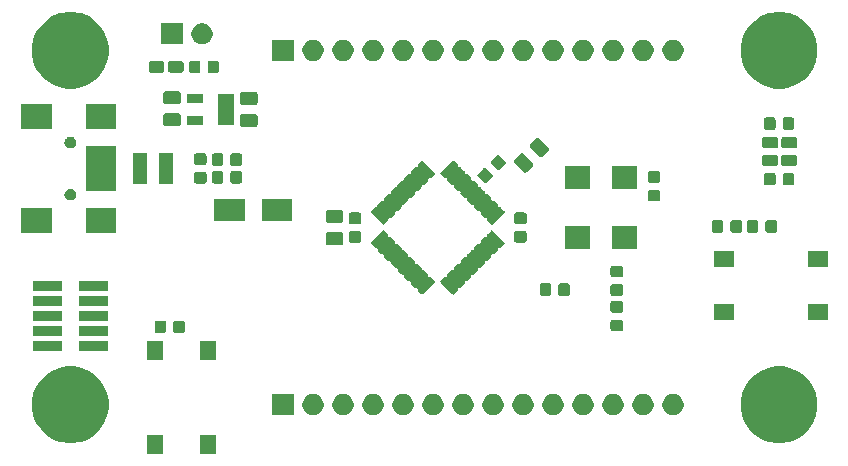
<source format=gbr>
G04 #@! TF.GenerationSoftware,KiCad,Pcbnew,5.1.5*
G04 #@! TF.CreationDate,2020-01-13T20:43:58-05:00*
G04 #@! TF.ProjectId,stm32f0_usb,73746d33-3266-4305-9f75-73622e6b6963,0*
G04 #@! TF.SameCoordinates,Original*
G04 #@! TF.FileFunction,Soldermask,Top*
G04 #@! TF.FilePolarity,Negative*
%FSLAX46Y46*%
G04 Gerber Fmt 4.6, Leading zero omitted, Abs format (unit mm)*
G04 Created by KiCad (PCBNEW 5.1.5) date 2020-01-13 20:43:58*
%MOMM*%
%LPD*%
G04 APERTURE LIST*
%ADD10C,0.100000*%
G04 APERTURE END LIST*
D10*
G36*
X117351000Y-139201000D02*
G01*
X115949000Y-139201000D01*
X115949000Y-137549000D01*
X117351000Y-137549000D01*
X117351000Y-139201000D01*
G37*
G36*
X112851000Y-139201000D02*
G01*
X111449000Y-139201000D01*
X111449000Y-137549000D01*
X112851000Y-137549000D01*
X112851000Y-139201000D01*
G37*
G36*
X165634239Y-131811467D02*
G01*
X165948282Y-131873934D01*
X166539926Y-132119001D01*
X167072392Y-132474784D01*
X167525216Y-132927608D01*
X167880999Y-133460074D01*
X168126066Y-134051718D01*
X168251000Y-134679804D01*
X168251000Y-135320196D01*
X168126066Y-135948282D01*
X167880999Y-136539926D01*
X167525216Y-137072392D01*
X167072392Y-137525216D01*
X166539926Y-137880999D01*
X165948282Y-138126066D01*
X165634239Y-138188533D01*
X165320197Y-138251000D01*
X164679803Y-138251000D01*
X164365761Y-138188533D01*
X164051718Y-138126066D01*
X163460074Y-137880999D01*
X162927608Y-137525216D01*
X162474784Y-137072392D01*
X162119001Y-136539926D01*
X161873934Y-135948282D01*
X161749000Y-135320196D01*
X161749000Y-134679804D01*
X161873934Y-134051718D01*
X162119001Y-133460074D01*
X162474784Y-132927608D01*
X162927608Y-132474784D01*
X163460074Y-132119001D01*
X164051718Y-131873934D01*
X164365761Y-131811467D01*
X164679803Y-131749000D01*
X165320197Y-131749000D01*
X165634239Y-131811467D01*
G37*
G36*
X105634239Y-131811467D02*
G01*
X105948282Y-131873934D01*
X106539926Y-132119001D01*
X107072392Y-132474784D01*
X107525216Y-132927608D01*
X107880999Y-133460074D01*
X108126066Y-134051718D01*
X108251000Y-134679804D01*
X108251000Y-135320196D01*
X108126066Y-135948282D01*
X107880999Y-136539926D01*
X107525216Y-137072392D01*
X107072392Y-137525216D01*
X106539926Y-137880999D01*
X105948282Y-138126066D01*
X105634239Y-138188533D01*
X105320197Y-138251000D01*
X104679803Y-138251000D01*
X104365761Y-138188533D01*
X104051718Y-138126066D01*
X103460074Y-137880999D01*
X102927608Y-137525216D01*
X102474784Y-137072392D01*
X102119001Y-136539926D01*
X101873934Y-135948282D01*
X101749000Y-135320196D01*
X101749000Y-134679804D01*
X101873934Y-134051718D01*
X102119001Y-133460074D01*
X102474784Y-132927608D01*
X102927608Y-132474784D01*
X103460074Y-132119001D01*
X104051718Y-131873934D01*
X104365761Y-131811467D01*
X104679803Y-131749000D01*
X105320197Y-131749000D01*
X105634239Y-131811467D01*
G37*
G36*
X125653512Y-134103927D02*
G01*
X125802812Y-134133624D01*
X125966784Y-134201544D01*
X126114354Y-134300147D01*
X126239853Y-134425646D01*
X126338456Y-134573216D01*
X126406376Y-134737188D01*
X126441000Y-134911259D01*
X126441000Y-135088741D01*
X126406376Y-135262812D01*
X126338456Y-135426784D01*
X126239853Y-135574354D01*
X126114354Y-135699853D01*
X125966784Y-135798456D01*
X125802812Y-135866376D01*
X125653512Y-135896073D01*
X125628742Y-135901000D01*
X125451258Y-135901000D01*
X125426488Y-135896073D01*
X125277188Y-135866376D01*
X125113216Y-135798456D01*
X124965646Y-135699853D01*
X124840147Y-135574354D01*
X124741544Y-135426784D01*
X124673624Y-135262812D01*
X124639000Y-135088741D01*
X124639000Y-134911259D01*
X124673624Y-134737188D01*
X124741544Y-134573216D01*
X124840147Y-134425646D01*
X124965646Y-134300147D01*
X125113216Y-134201544D01*
X125277188Y-134133624D01*
X125426488Y-134103927D01*
X125451258Y-134099000D01*
X125628742Y-134099000D01*
X125653512Y-134103927D01*
G37*
G36*
X156133512Y-134103927D02*
G01*
X156282812Y-134133624D01*
X156446784Y-134201544D01*
X156594354Y-134300147D01*
X156719853Y-134425646D01*
X156818456Y-134573216D01*
X156886376Y-134737188D01*
X156921000Y-134911259D01*
X156921000Y-135088741D01*
X156886376Y-135262812D01*
X156818456Y-135426784D01*
X156719853Y-135574354D01*
X156594354Y-135699853D01*
X156446784Y-135798456D01*
X156282812Y-135866376D01*
X156133512Y-135896073D01*
X156108742Y-135901000D01*
X155931258Y-135901000D01*
X155906488Y-135896073D01*
X155757188Y-135866376D01*
X155593216Y-135798456D01*
X155445646Y-135699853D01*
X155320147Y-135574354D01*
X155221544Y-135426784D01*
X155153624Y-135262812D01*
X155119000Y-135088741D01*
X155119000Y-134911259D01*
X155153624Y-134737188D01*
X155221544Y-134573216D01*
X155320147Y-134425646D01*
X155445646Y-134300147D01*
X155593216Y-134201544D01*
X155757188Y-134133624D01*
X155906488Y-134103927D01*
X155931258Y-134099000D01*
X156108742Y-134099000D01*
X156133512Y-134103927D01*
G37*
G36*
X153593512Y-134103927D02*
G01*
X153742812Y-134133624D01*
X153906784Y-134201544D01*
X154054354Y-134300147D01*
X154179853Y-134425646D01*
X154278456Y-134573216D01*
X154346376Y-134737188D01*
X154381000Y-134911259D01*
X154381000Y-135088741D01*
X154346376Y-135262812D01*
X154278456Y-135426784D01*
X154179853Y-135574354D01*
X154054354Y-135699853D01*
X153906784Y-135798456D01*
X153742812Y-135866376D01*
X153593512Y-135896073D01*
X153568742Y-135901000D01*
X153391258Y-135901000D01*
X153366488Y-135896073D01*
X153217188Y-135866376D01*
X153053216Y-135798456D01*
X152905646Y-135699853D01*
X152780147Y-135574354D01*
X152681544Y-135426784D01*
X152613624Y-135262812D01*
X152579000Y-135088741D01*
X152579000Y-134911259D01*
X152613624Y-134737188D01*
X152681544Y-134573216D01*
X152780147Y-134425646D01*
X152905646Y-134300147D01*
X153053216Y-134201544D01*
X153217188Y-134133624D01*
X153366488Y-134103927D01*
X153391258Y-134099000D01*
X153568742Y-134099000D01*
X153593512Y-134103927D01*
G37*
G36*
X151053512Y-134103927D02*
G01*
X151202812Y-134133624D01*
X151366784Y-134201544D01*
X151514354Y-134300147D01*
X151639853Y-134425646D01*
X151738456Y-134573216D01*
X151806376Y-134737188D01*
X151841000Y-134911259D01*
X151841000Y-135088741D01*
X151806376Y-135262812D01*
X151738456Y-135426784D01*
X151639853Y-135574354D01*
X151514354Y-135699853D01*
X151366784Y-135798456D01*
X151202812Y-135866376D01*
X151053512Y-135896073D01*
X151028742Y-135901000D01*
X150851258Y-135901000D01*
X150826488Y-135896073D01*
X150677188Y-135866376D01*
X150513216Y-135798456D01*
X150365646Y-135699853D01*
X150240147Y-135574354D01*
X150141544Y-135426784D01*
X150073624Y-135262812D01*
X150039000Y-135088741D01*
X150039000Y-134911259D01*
X150073624Y-134737188D01*
X150141544Y-134573216D01*
X150240147Y-134425646D01*
X150365646Y-134300147D01*
X150513216Y-134201544D01*
X150677188Y-134133624D01*
X150826488Y-134103927D01*
X150851258Y-134099000D01*
X151028742Y-134099000D01*
X151053512Y-134103927D01*
G37*
G36*
X148513512Y-134103927D02*
G01*
X148662812Y-134133624D01*
X148826784Y-134201544D01*
X148974354Y-134300147D01*
X149099853Y-134425646D01*
X149198456Y-134573216D01*
X149266376Y-134737188D01*
X149301000Y-134911259D01*
X149301000Y-135088741D01*
X149266376Y-135262812D01*
X149198456Y-135426784D01*
X149099853Y-135574354D01*
X148974354Y-135699853D01*
X148826784Y-135798456D01*
X148662812Y-135866376D01*
X148513512Y-135896073D01*
X148488742Y-135901000D01*
X148311258Y-135901000D01*
X148286488Y-135896073D01*
X148137188Y-135866376D01*
X147973216Y-135798456D01*
X147825646Y-135699853D01*
X147700147Y-135574354D01*
X147601544Y-135426784D01*
X147533624Y-135262812D01*
X147499000Y-135088741D01*
X147499000Y-134911259D01*
X147533624Y-134737188D01*
X147601544Y-134573216D01*
X147700147Y-134425646D01*
X147825646Y-134300147D01*
X147973216Y-134201544D01*
X148137188Y-134133624D01*
X148286488Y-134103927D01*
X148311258Y-134099000D01*
X148488742Y-134099000D01*
X148513512Y-134103927D01*
G37*
G36*
X145973512Y-134103927D02*
G01*
X146122812Y-134133624D01*
X146286784Y-134201544D01*
X146434354Y-134300147D01*
X146559853Y-134425646D01*
X146658456Y-134573216D01*
X146726376Y-134737188D01*
X146761000Y-134911259D01*
X146761000Y-135088741D01*
X146726376Y-135262812D01*
X146658456Y-135426784D01*
X146559853Y-135574354D01*
X146434354Y-135699853D01*
X146286784Y-135798456D01*
X146122812Y-135866376D01*
X145973512Y-135896073D01*
X145948742Y-135901000D01*
X145771258Y-135901000D01*
X145746488Y-135896073D01*
X145597188Y-135866376D01*
X145433216Y-135798456D01*
X145285646Y-135699853D01*
X145160147Y-135574354D01*
X145061544Y-135426784D01*
X144993624Y-135262812D01*
X144959000Y-135088741D01*
X144959000Y-134911259D01*
X144993624Y-134737188D01*
X145061544Y-134573216D01*
X145160147Y-134425646D01*
X145285646Y-134300147D01*
X145433216Y-134201544D01*
X145597188Y-134133624D01*
X145746488Y-134103927D01*
X145771258Y-134099000D01*
X145948742Y-134099000D01*
X145973512Y-134103927D01*
G37*
G36*
X143433512Y-134103927D02*
G01*
X143582812Y-134133624D01*
X143746784Y-134201544D01*
X143894354Y-134300147D01*
X144019853Y-134425646D01*
X144118456Y-134573216D01*
X144186376Y-134737188D01*
X144221000Y-134911259D01*
X144221000Y-135088741D01*
X144186376Y-135262812D01*
X144118456Y-135426784D01*
X144019853Y-135574354D01*
X143894354Y-135699853D01*
X143746784Y-135798456D01*
X143582812Y-135866376D01*
X143433512Y-135896073D01*
X143408742Y-135901000D01*
X143231258Y-135901000D01*
X143206488Y-135896073D01*
X143057188Y-135866376D01*
X142893216Y-135798456D01*
X142745646Y-135699853D01*
X142620147Y-135574354D01*
X142521544Y-135426784D01*
X142453624Y-135262812D01*
X142419000Y-135088741D01*
X142419000Y-134911259D01*
X142453624Y-134737188D01*
X142521544Y-134573216D01*
X142620147Y-134425646D01*
X142745646Y-134300147D01*
X142893216Y-134201544D01*
X143057188Y-134133624D01*
X143206488Y-134103927D01*
X143231258Y-134099000D01*
X143408742Y-134099000D01*
X143433512Y-134103927D01*
G37*
G36*
X138353512Y-134103927D02*
G01*
X138502812Y-134133624D01*
X138666784Y-134201544D01*
X138814354Y-134300147D01*
X138939853Y-134425646D01*
X139038456Y-134573216D01*
X139106376Y-134737188D01*
X139141000Y-134911259D01*
X139141000Y-135088741D01*
X139106376Y-135262812D01*
X139038456Y-135426784D01*
X138939853Y-135574354D01*
X138814354Y-135699853D01*
X138666784Y-135798456D01*
X138502812Y-135866376D01*
X138353512Y-135896073D01*
X138328742Y-135901000D01*
X138151258Y-135901000D01*
X138126488Y-135896073D01*
X137977188Y-135866376D01*
X137813216Y-135798456D01*
X137665646Y-135699853D01*
X137540147Y-135574354D01*
X137441544Y-135426784D01*
X137373624Y-135262812D01*
X137339000Y-135088741D01*
X137339000Y-134911259D01*
X137373624Y-134737188D01*
X137441544Y-134573216D01*
X137540147Y-134425646D01*
X137665646Y-134300147D01*
X137813216Y-134201544D01*
X137977188Y-134133624D01*
X138126488Y-134103927D01*
X138151258Y-134099000D01*
X138328742Y-134099000D01*
X138353512Y-134103927D01*
G37*
G36*
X135813512Y-134103927D02*
G01*
X135962812Y-134133624D01*
X136126784Y-134201544D01*
X136274354Y-134300147D01*
X136399853Y-134425646D01*
X136498456Y-134573216D01*
X136566376Y-134737188D01*
X136601000Y-134911259D01*
X136601000Y-135088741D01*
X136566376Y-135262812D01*
X136498456Y-135426784D01*
X136399853Y-135574354D01*
X136274354Y-135699853D01*
X136126784Y-135798456D01*
X135962812Y-135866376D01*
X135813512Y-135896073D01*
X135788742Y-135901000D01*
X135611258Y-135901000D01*
X135586488Y-135896073D01*
X135437188Y-135866376D01*
X135273216Y-135798456D01*
X135125646Y-135699853D01*
X135000147Y-135574354D01*
X134901544Y-135426784D01*
X134833624Y-135262812D01*
X134799000Y-135088741D01*
X134799000Y-134911259D01*
X134833624Y-134737188D01*
X134901544Y-134573216D01*
X135000147Y-134425646D01*
X135125646Y-134300147D01*
X135273216Y-134201544D01*
X135437188Y-134133624D01*
X135586488Y-134103927D01*
X135611258Y-134099000D01*
X135788742Y-134099000D01*
X135813512Y-134103927D01*
G37*
G36*
X133273512Y-134103927D02*
G01*
X133422812Y-134133624D01*
X133586784Y-134201544D01*
X133734354Y-134300147D01*
X133859853Y-134425646D01*
X133958456Y-134573216D01*
X134026376Y-134737188D01*
X134061000Y-134911259D01*
X134061000Y-135088741D01*
X134026376Y-135262812D01*
X133958456Y-135426784D01*
X133859853Y-135574354D01*
X133734354Y-135699853D01*
X133586784Y-135798456D01*
X133422812Y-135866376D01*
X133273512Y-135896073D01*
X133248742Y-135901000D01*
X133071258Y-135901000D01*
X133046488Y-135896073D01*
X132897188Y-135866376D01*
X132733216Y-135798456D01*
X132585646Y-135699853D01*
X132460147Y-135574354D01*
X132361544Y-135426784D01*
X132293624Y-135262812D01*
X132259000Y-135088741D01*
X132259000Y-134911259D01*
X132293624Y-134737188D01*
X132361544Y-134573216D01*
X132460147Y-134425646D01*
X132585646Y-134300147D01*
X132733216Y-134201544D01*
X132897188Y-134133624D01*
X133046488Y-134103927D01*
X133071258Y-134099000D01*
X133248742Y-134099000D01*
X133273512Y-134103927D01*
G37*
G36*
X130733512Y-134103927D02*
G01*
X130882812Y-134133624D01*
X131046784Y-134201544D01*
X131194354Y-134300147D01*
X131319853Y-134425646D01*
X131418456Y-134573216D01*
X131486376Y-134737188D01*
X131521000Y-134911259D01*
X131521000Y-135088741D01*
X131486376Y-135262812D01*
X131418456Y-135426784D01*
X131319853Y-135574354D01*
X131194354Y-135699853D01*
X131046784Y-135798456D01*
X130882812Y-135866376D01*
X130733512Y-135896073D01*
X130708742Y-135901000D01*
X130531258Y-135901000D01*
X130506488Y-135896073D01*
X130357188Y-135866376D01*
X130193216Y-135798456D01*
X130045646Y-135699853D01*
X129920147Y-135574354D01*
X129821544Y-135426784D01*
X129753624Y-135262812D01*
X129719000Y-135088741D01*
X129719000Y-134911259D01*
X129753624Y-134737188D01*
X129821544Y-134573216D01*
X129920147Y-134425646D01*
X130045646Y-134300147D01*
X130193216Y-134201544D01*
X130357188Y-134133624D01*
X130506488Y-134103927D01*
X130531258Y-134099000D01*
X130708742Y-134099000D01*
X130733512Y-134103927D01*
G37*
G36*
X123901000Y-135901000D02*
G01*
X122099000Y-135901000D01*
X122099000Y-134099000D01*
X123901000Y-134099000D01*
X123901000Y-135901000D01*
G37*
G36*
X128193512Y-134103927D02*
G01*
X128342812Y-134133624D01*
X128506784Y-134201544D01*
X128654354Y-134300147D01*
X128779853Y-134425646D01*
X128878456Y-134573216D01*
X128946376Y-134737188D01*
X128981000Y-134911259D01*
X128981000Y-135088741D01*
X128946376Y-135262812D01*
X128878456Y-135426784D01*
X128779853Y-135574354D01*
X128654354Y-135699853D01*
X128506784Y-135798456D01*
X128342812Y-135866376D01*
X128193512Y-135896073D01*
X128168742Y-135901000D01*
X127991258Y-135901000D01*
X127966488Y-135896073D01*
X127817188Y-135866376D01*
X127653216Y-135798456D01*
X127505646Y-135699853D01*
X127380147Y-135574354D01*
X127281544Y-135426784D01*
X127213624Y-135262812D01*
X127179000Y-135088741D01*
X127179000Y-134911259D01*
X127213624Y-134737188D01*
X127281544Y-134573216D01*
X127380147Y-134425646D01*
X127505646Y-134300147D01*
X127653216Y-134201544D01*
X127817188Y-134133624D01*
X127966488Y-134103927D01*
X127991258Y-134099000D01*
X128168742Y-134099000D01*
X128193512Y-134103927D01*
G37*
G36*
X140893512Y-134103927D02*
G01*
X141042812Y-134133624D01*
X141206784Y-134201544D01*
X141354354Y-134300147D01*
X141479853Y-134425646D01*
X141578456Y-134573216D01*
X141646376Y-134737188D01*
X141681000Y-134911259D01*
X141681000Y-135088741D01*
X141646376Y-135262812D01*
X141578456Y-135426784D01*
X141479853Y-135574354D01*
X141354354Y-135699853D01*
X141206784Y-135798456D01*
X141042812Y-135866376D01*
X140893512Y-135896073D01*
X140868742Y-135901000D01*
X140691258Y-135901000D01*
X140666488Y-135896073D01*
X140517188Y-135866376D01*
X140353216Y-135798456D01*
X140205646Y-135699853D01*
X140080147Y-135574354D01*
X139981544Y-135426784D01*
X139913624Y-135262812D01*
X139879000Y-135088741D01*
X139879000Y-134911259D01*
X139913624Y-134737188D01*
X139981544Y-134573216D01*
X140080147Y-134425646D01*
X140205646Y-134300147D01*
X140353216Y-134201544D01*
X140517188Y-134133624D01*
X140666488Y-134103927D01*
X140691258Y-134099000D01*
X140868742Y-134099000D01*
X140893512Y-134103927D01*
G37*
G36*
X112851000Y-131251000D02*
G01*
X111449000Y-131251000D01*
X111449000Y-129599000D01*
X112851000Y-129599000D01*
X112851000Y-131251000D01*
G37*
G36*
X117351000Y-131251000D02*
G01*
X115949000Y-131251000D01*
X115949000Y-129599000D01*
X117351000Y-129599000D01*
X117351000Y-131251000D01*
G37*
G36*
X108201000Y-130421000D02*
G01*
X105699000Y-130421000D01*
X105699000Y-129579000D01*
X108201000Y-129579000D01*
X108201000Y-130421000D01*
G37*
G36*
X104301000Y-130421000D02*
G01*
X101799000Y-130421000D01*
X101799000Y-129579000D01*
X104301000Y-129579000D01*
X104301000Y-130421000D01*
G37*
G36*
X104301000Y-129151000D02*
G01*
X101799000Y-129151000D01*
X101799000Y-128309000D01*
X104301000Y-128309000D01*
X104301000Y-129151000D01*
G37*
G36*
X108201000Y-129151000D02*
G01*
X105699000Y-129151000D01*
X105699000Y-128309000D01*
X108201000Y-128309000D01*
X108201000Y-129151000D01*
G37*
G36*
X112954591Y-127878085D02*
G01*
X112988569Y-127888393D01*
X113019890Y-127905134D01*
X113047339Y-127927661D01*
X113069866Y-127955110D01*
X113086607Y-127986431D01*
X113096915Y-128020409D01*
X113101000Y-128061890D01*
X113101000Y-128738110D01*
X113096915Y-128779591D01*
X113086607Y-128813569D01*
X113069866Y-128844890D01*
X113047339Y-128872339D01*
X113019890Y-128894866D01*
X112988569Y-128911607D01*
X112954591Y-128921915D01*
X112913110Y-128926000D01*
X112311890Y-128926000D01*
X112270409Y-128921915D01*
X112236431Y-128911607D01*
X112205110Y-128894866D01*
X112177661Y-128872339D01*
X112155134Y-128844890D01*
X112138393Y-128813569D01*
X112128085Y-128779591D01*
X112124000Y-128738110D01*
X112124000Y-128061890D01*
X112128085Y-128020409D01*
X112138393Y-127986431D01*
X112155134Y-127955110D01*
X112177661Y-127927661D01*
X112205110Y-127905134D01*
X112236431Y-127888393D01*
X112270409Y-127878085D01*
X112311890Y-127874000D01*
X112913110Y-127874000D01*
X112954591Y-127878085D01*
G37*
G36*
X114529591Y-127878085D02*
G01*
X114563569Y-127888393D01*
X114594890Y-127905134D01*
X114622339Y-127927661D01*
X114644866Y-127955110D01*
X114661607Y-127986431D01*
X114671915Y-128020409D01*
X114676000Y-128061890D01*
X114676000Y-128738110D01*
X114671915Y-128779591D01*
X114661607Y-128813569D01*
X114644866Y-128844890D01*
X114622339Y-128872339D01*
X114594890Y-128894866D01*
X114563569Y-128911607D01*
X114529591Y-128921915D01*
X114488110Y-128926000D01*
X113886890Y-128926000D01*
X113845409Y-128921915D01*
X113811431Y-128911607D01*
X113780110Y-128894866D01*
X113752661Y-128872339D01*
X113730134Y-128844890D01*
X113713393Y-128813569D01*
X113703085Y-128779591D01*
X113699000Y-128738110D01*
X113699000Y-128061890D01*
X113703085Y-128020409D01*
X113713393Y-127986431D01*
X113730134Y-127955110D01*
X113752661Y-127927661D01*
X113780110Y-127905134D01*
X113811431Y-127888393D01*
X113845409Y-127878085D01*
X113886890Y-127874000D01*
X114488110Y-127874000D01*
X114529591Y-127878085D01*
G37*
G36*
X151629591Y-127803085D02*
G01*
X151663569Y-127813393D01*
X151694890Y-127830134D01*
X151722339Y-127852661D01*
X151744866Y-127880110D01*
X151761607Y-127911431D01*
X151771915Y-127945409D01*
X151776000Y-127986890D01*
X151776000Y-128588110D01*
X151771915Y-128629591D01*
X151761607Y-128663569D01*
X151744866Y-128694890D01*
X151722339Y-128722339D01*
X151694890Y-128744866D01*
X151663569Y-128761607D01*
X151629591Y-128771915D01*
X151588110Y-128776000D01*
X150911890Y-128776000D01*
X150870409Y-128771915D01*
X150836431Y-128761607D01*
X150805110Y-128744866D01*
X150777661Y-128722339D01*
X150755134Y-128694890D01*
X150738393Y-128663569D01*
X150728085Y-128629591D01*
X150724000Y-128588110D01*
X150724000Y-127986890D01*
X150728085Y-127945409D01*
X150738393Y-127911431D01*
X150755134Y-127880110D01*
X150777661Y-127852661D01*
X150805110Y-127830134D01*
X150836431Y-127813393D01*
X150870409Y-127803085D01*
X150911890Y-127799000D01*
X151588110Y-127799000D01*
X151629591Y-127803085D01*
G37*
G36*
X104301000Y-127881000D02*
G01*
X101799000Y-127881000D01*
X101799000Y-127039000D01*
X104301000Y-127039000D01*
X104301000Y-127881000D01*
G37*
G36*
X108201000Y-127881000D02*
G01*
X105699000Y-127881000D01*
X105699000Y-127039000D01*
X108201000Y-127039000D01*
X108201000Y-127881000D01*
G37*
G36*
X169101000Y-127851000D02*
G01*
X167449000Y-127851000D01*
X167449000Y-126449000D01*
X169101000Y-126449000D01*
X169101000Y-127851000D01*
G37*
G36*
X161151000Y-127851000D02*
G01*
X159499000Y-127851000D01*
X159499000Y-126449000D01*
X161151000Y-126449000D01*
X161151000Y-127851000D01*
G37*
G36*
X151629591Y-126228085D02*
G01*
X151663569Y-126238393D01*
X151694890Y-126255134D01*
X151722339Y-126277661D01*
X151744866Y-126305110D01*
X151761607Y-126336431D01*
X151771915Y-126370409D01*
X151776000Y-126411890D01*
X151776000Y-127013110D01*
X151771915Y-127054591D01*
X151761607Y-127088569D01*
X151744866Y-127119890D01*
X151722339Y-127147339D01*
X151694890Y-127169866D01*
X151663569Y-127186607D01*
X151629591Y-127196915D01*
X151588110Y-127201000D01*
X150911890Y-127201000D01*
X150870409Y-127196915D01*
X150836431Y-127186607D01*
X150805110Y-127169866D01*
X150777661Y-127147339D01*
X150755134Y-127119890D01*
X150738393Y-127088569D01*
X150728085Y-127054591D01*
X150724000Y-127013110D01*
X150724000Y-126411890D01*
X150728085Y-126370409D01*
X150738393Y-126336431D01*
X150755134Y-126305110D01*
X150777661Y-126277661D01*
X150805110Y-126255134D01*
X150836431Y-126238393D01*
X150870409Y-126228085D01*
X150911890Y-126224000D01*
X151588110Y-126224000D01*
X151629591Y-126228085D01*
G37*
G36*
X108201000Y-126611000D02*
G01*
X105699000Y-126611000D01*
X105699000Y-125769000D01*
X108201000Y-125769000D01*
X108201000Y-126611000D01*
G37*
G36*
X104301000Y-126611000D02*
G01*
X101799000Y-126611000D01*
X101799000Y-125769000D01*
X104301000Y-125769000D01*
X104301000Y-126611000D01*
G37*
G36*
X145554591Y-124728085D02*
G01*
X145588569Y-124738393D01*
X145619890Y-124755134D01*
X145647339Y-124777661D01*
X145669866Y-124805110D01*
X145686607Y-124836431D01*
X145696915Y-124870409D01*
X145701000Y-124911890D01*
X145701000Y-125588110D01*
X145696915Y-125629591D01*
X145686607Y-125663569D01*
X145669866Y-125694890D01*
X145647339Y-125722339D01*
X145619890Y-125744866D01*
X145588569Y-125761607D01*
X145554591Y-125771915D01*
X145513110Y-125776000D01*
X144911890Y-125776000D01*
X144870409Y-125771915D01*
X144836431Y-125761607D01*
X144805110Y-125744866D01*
X144777661Y-125722339D01*
X144755134Y-125694890D01*
X144738393Y-125663569D01*
X144728085Y-125629591D01*
X144724000Y-125588110D01*
X144724000Y-124911890D01*
X144728085Y-124870409D01*
X144738393Y-124836431D01*
X144755134Y-124805110D01*
X144777661Y-124777661D01*
X144805110Y-124755134D01*
X144836431Y-124738393D01*
X144870409Y-124728085D01*
X144911890Y-124724000D01*
X145513110Y-124724000D01*
X145554591Y-124728085D01*
G37*
G36*
X151629591Y-124803085D02*
G01*
X151663569Y-124813393D01*
X151694890Y-124830134D01*
X151722339Y-124852661D01*
X151744866Y-124880110D01*
X151761607Y-124911431D01*
X151771915Y-124945409D01*
X151776000Y-124986890D01*
X151776000Y-125588110D01*
X151771915Y-125629591D01*
X151761607Y-125663569D01*
X151744866Y-125694890D01*
X151722339Y-125722339D01*
X151694890Y-125744866D01*
X151663569Y-125761607D01*
X151629591Y-125771915D01*
X151588110Y-125776000D01*
X150911890Y-125776000D01*
X150870409Y-125771915D01*
X150836431Y-125761607D01*
X150805110Y-125744866D01*
X150777661Y-125722339D01*
X150755134Y-125694890D01*
X150738393Y-125663569D01*
X150728085Y-125629591D01*
X150724000Y-125588110D01*
X150724000Y-124986890D01*
X150728085Y-124945409D01*
X150738393Y-124911431D01*
X150755134Y-124880110D01*
X150777661Y-124852661D01*
X150805110Y-124830134D01*
X150836431Y-124813393D01*
X150870409Y-124803085D01*
X150911890Y-124799000D01*
X151588110Y-124799000D01*
X151629591Y-124803085D01*
G37*
G36*
X147129591Y-124728085D02*
G01*
X147163569Y-124738393D01*
X147194890Y-124755134D01*
X147222339Y-124777661D01*
X147244866Y-124805110D01*
X147261607Y-124836431D01*
X147271915Y-124870409D01*
X147276000Y-124911890D01*
X147276000Y-125588110D01*
X147271915Y-125629591D01*
X147261607Y-125663569D01*
X147244866Y-125694890D01*
X147222339Y-125722339D01*
X147194890Y-125744866D01*
X147163569Y-125761607D01*
X147129591Y-125771915D01*
X147088110Y-125776000D01*
X146486890Y-125776000D01*
X146445409Y-125771915D01*
X146411431Y-125761607D01*
X146380110Y-125744866D01*
X146352661Y-125722339D01*
X146330134Y-125694890D01*
X146313393Y-125663569D01*
X146303085Y-125629591D01*
X146299000Y-125588110D01*
X146299000Y-124911890D01*
X146303085Y-124870409D01*
X146313393Y-124836431D01*
X146330134Y-124805110D01*
X146352661Y-124777661D01*
X146380110Y-124755134D01*
X146411431Y-124738393D01*
X146445409Y-124728085D01*
X146486890Y-124724000D01*
X147088110Y-124724000D01*
X147129591Y-124728085D01*
G37*
G36*
X140695568Y-120231775D02*
G01*
X140711960Y-120236748D01*
X140727072Y-120244825D01*
X140745081Y-120259605D01*
X140784926Y-120299450D01*
X140784937Y-120299459D01*
X141704883Y-121219405D01*
X141704892Y-121219416D01*
X141744737Y-121259261D01*
X141759517Y-121277270D01*
X141767594Y-121292382D01*
X141772567Y-121308774D01*
X141774246Y-121325825D01*
X141772567Y-121342876D01*
X141767594Y-121359268D01*
X141759517Y-121374380D01*
X141744737Y-121392389D01*
X141704892Y-121432234D01*
X141704883Y-121432245D01*
X141492043Y-121645085D01*
X141492032Y-121645094D01*
X141452187Y-121684939D01*
X141434178Y-121699719D01*
X141419066Y-121707796D01*
X141402674Y-121712769D01*
X141385623Y-121714448D01*
X141368575Y-121712769D01*
X141360261Y-121710247D01*
X141336227Y-121705467D01*
X141311723Y-121705467D01*
X141287690Y-121710248D01*
X141265051Y-121719625D01*
X141244677Y-121733239D01*
X141227350Y-121750566D01*
X141213736Y-121770941D01*
X141204359Y-121793579D01*
X141199579Y-121817613D01*
X141199579Y-121842117D01*
X141204360Y-121866150D01*
X141206881Y-121874459D01*
X141208560Y-121891510D01*
X141206881Y-121908561D01*
X141201908Y-121924953D01*
X141193831Y-121940065D01*
X141179051Y-121958074D01*
X141139206Y-121997919D01*
X141139197Y-121997930D01*
X140926357Y-122210770D01*
X140926346Y-122210779D01*
X140886501Y-122250624D01*
X140868492Y-122265404D01*
X140853380Y-122273481D01*
X140836988Y-122278454D01*
X140819937Y-122280133D01*
X140802886Y-122278454D01*
X140794577Y-122275933D01*
X140770544Y-122271152D01*
X140746040Y-122271152D01*
X140722007Y-122275932D01*
X140699368Y-122285309D01*
X140678993Y-122298923D01*
X140661666Y-122316250D01*
X140648052Y-122336624D01*
X140638675Y-122359263D01*
X140633894Y-122383296D01*
X140633894Y-122407800D01*
X140638674Y-122431834D01*
X140641196Y-122440148D01*
X140642875Y-122457196D01*
X140641196Y-122474247D01*
X140636223Y-122490639D01*
X140628146Y-122505751D01*
X140613366Y-122523760D01*
X140573521Y-122563605D01*
X140573512Y-122563616D01*
X140360672Y-122776456D01*
X140360661Y-122776465D01*
X140320816Y-122816310D01*
X140302807Y-122831090D01*
X140287695Y-122839167D01*
X140271303Y-122844140D01*
X140254252Y-122845819D01*
X140237201Y-122844140D01*
X140228892Y-122841619D01*
X140204859Y-122836838D01*
X140180355Y-122836838D01*
X140156322Y-122841618D01*
X140133683Y-122850995D01*
X140113308Y-122864609D01*
X140095981Y-122881936D01*
X140082367Y-122902310D01*
X140072990Y-122924949D01*
X140068209Y-122948982D01*
X140068209Y-122973486D01*
X140072990Y-122997521D01*
X140075511Y-123005830D01*
X140077190Y-123022881D01*
X140075511Y-123039932D01*
X140070538Y-123056324D01*
X140062461Y-123071436D01*
X140047681Y-123089445D01*
X140007836Y-123129290D01*
X140007827Y-123129301D01*
X139794987Y-123342141D01*
X139794976Y-123342150D01*
X139755131Y-123381995D01*
X139737122Y-123396775D01*
X139722010Y-123404852D01*
X139705618Y-123409825D01*
X139688567Y-123411504D01*
X139671519Y-123409825D01*
X139663205Y-123407303D01*
X139639171Y-123402523D01*
X139614667Y-123402523D01*
X139590634Y-123407304D01*
X139567995Y-123416681D01*
X139547621Y-123430295D01*
X139530294Y-123447622D01*
X139516680Y-123467997D01*
X139507303Y-123490635D01*
X139502523Y-123514669D01*
X139502523Y-123539173D01*
X139507303Y-123563205D01*
X139509825Y-123571519D01*
X139511504Y-123588567D01*
X139509825Y-123605618D01*
X139504852Y-123622010D01*
X139496775Y-123637122D01*
X139481995Y-123655131D01*
X139442150Y-123694976D01*
X139442141Y-123694987D01*
X139229301Y-123907827D01*
X139229290Y-123907836D01*
X139189445Y-123947681D01*
X139171436Y-123962461D01*
X139156324Y-123970538D01*
X139139932Y-123975511D01*
X139122881Y-123977190D01*
X139105830Y-123975511D01*
X139097521Y-123972990D01*
X139073488Y-123968209D01*
X139048984Y-123968209D01*
X139024951Y-123972989D01*
X139002312Y-123982366D01*
X138981937Y-123995980D01*
X138964610Y-124013307D01*
X138950996Y-124033681D01*
X138941619Y-124056320D01*
X138936838Y-124080353D01*
X138936838Y-124104857D01*
X138941619Y-124128892D01*
X138944140Y-124137201D01*
X138945819Y-124154252D01*
X138944140Y-124171303D01*
X138939167Y-124187695D01*
X138931090Y-124202807D01*
X138916310Y-124220816D01*
X138876465Y-124260661D01*
X138876456Y-124260672D01*
X138663616Y-124473512D01*
X138663605Y-124473521D01*
X138623760Y-124513366D01*
X138605751Y-124528146D01*
X138590639Y-124536223D01*
X138574247Y-124541196D01*
X138557196Y-124542875D01*
X138540148Y-124541196D01*
X138531834Y-124538674D01*
X138507800Y-124533894D01*
X138483296Y-124533894D01*
X138459263Y-124538675D01*
X138436624Y-124548052D01*
X138416250Y-124561666D01*
X138398923Y-124578993D01*
X138385309Y-124599368D01*
X138375932Y-124622006D01*
X138371152Y-124646040D01*
X138371152Y-124670544D01*
X138375933Y-124694577D01*
X138378454Y-124702886D01*
X138380133Y-124719937D01*
X138378454Y-124736988D01*
X138373481Y-124753380D01*
X138365404Y-124768492D01*
X138350624Y-124786501D01*
X138310779Y-124826346D01*
X138310770Y-124826357D01*
X138097930Y-125039197D01*
X138097919Y-125039206D01*
X138058074Y-125079051D01*
X138040065Y-125093831D01*
X138024953Y-125101908D01*
X138008561Y-125106881D01*
X137991510Y-125108560D01*
X137974459Y-125106881D01*
X137966150Y-125104360D01*
X137942117Y-125099579D01*
X137917613Y-125099579D01*
X137893580Y-125104359D01*
X137870941Y-125113736D01*
X137850566Y-125127350D01*
X137833239Y-125144677D01*
X137819625Y-125165051D01*
X137810248Y-125187690D01*
X137805467Y-125211723D01*
X137805467Y-125236227D01*
X137810247Y-125260261D01*
X137812769Y-125268575D01*
X137814448Y-125285623D01*
X137812769Y-125302674D01*
X137807796Y-125319066D01*
X137799719Y-125334178D01*
X137784939Y-125352187D01*
X137745094Y-125392032D01*
X137745085Y-125392043D01*
X137532245Y-125604883D01*
X137532234Y-125604892D01*
X137492389Y-125644737D01*
X137474380Y-125659517D01*
X137459268Y-125667594D01*
X137442876Y-125672567D01*
X137425825Y-125674246D01*
X137408774Y-125672567D01*
X137392382Y-125667594D01*
X137377270Y-125659517D01*
X137359261Y-125644737D01*
X137319416Y-125604892D01*
X137319405Y-125604883D01*
X136399459Y-124684937D01*
X136399450Y-124684926D01*
X136359605Y-124645081D01*
X136344825Y-124627072D01*
X136336748Y-124611960D01*
X136331775Y-124595568D01*
X136330096Y-124578517D01*
X136331775Y-124561466D01*
X136336748Y-124545074D01*
X136344825Y-124529962D01*
X136359605Y-124511953D01*
X136399450Y-124472108D01*
X136399459Y-124472097D01*
X136612299Y-124259257D01*
X136612310Y-124259248D01*
X136652155Y-124219403D01*
X136670164Y-124204623D01*
X136685276Y-124196546D01*
X136701668Y-124191573D01*
X136718719Y-124189894D01*
X136735770Y-124191573D01*
X136744079Y-124194094D01*
X136768112Y-124198875D01*
X136792616Y-124198875D01*
X136816649Y-124194095D01*
X136839288Y-124184718D01*
X136859663Y-124171104D01*
X136876990Y-124153777D01*
X136890604Y-124133403D01*
X136899981Y-124110764D01*
X136904762Y-124086731D01*
X136904762Y-124062227D01*
X136899982Y-124038193D01*
X136897460Y-124029879D01*
X136895781Y-124012831D01*
X136897460Y-123995780D01*
X136902433Y-123979388D01*
X136910510Y-123964276D01*
X136925290Y-123946267D01*
X136965135Y-123906422D01*
X136965144Y-123906411D01*
X137177984Y-123693571D01*
X137177995Y-123693562D01*
X137217840Y-123653717D01*
X137235849Y-123638937D01*
X137250961Y-123630860D01*
X137267353Y-123625887D01*
X137284404Y-123624208D01*
X137301452Y-123625887D01*
X137309766Y-123628409D01*
X137333800Y-123633189D01*
X137358304Y-123633189D01*
X137382337Y-123628408D01*
X137404976Y-123619031D01*
X137425350Y-123605417D01*
X137442677Y-123588090D01*
X137456291Y-123567715D01*
X137465668Y-123545077D01*
X137470448Y-123521043D01*
X137470448Y-123496539D01*
X137465667Y-123472506D01*
X137463146Y-123464197D01*
X137461467Y-123447146D01*
X137463146Y-123430095D01*
X137468119Y-123413703D01*
X137476196Y-123398591D01*
X137490976Y-123380582D01*
X137530821Y-123340737D01*
X137530830Y-123340726D01*
X137743670Y-123127886D01*
X137743681Y-123127877D01*
X137783526Y-123088032D01*
X137801535Y-123073252D01*
X137816647Y-123065175D01*
X137833039Y-123060202D01*
X137850090Y-123058523D01*
X137867141Y-123060202D01*
X137875450Y-123062723D01*
X137899483Y-123067504D01*
X137923987Y-123067504D01*
X137948020Y-123062724D01*
X137970659Y-123053347D01*
X137991034Y-123039733D01*
X138008361Y-123022406D01*
X138021975Y-123002032D01*
X138031352Y-122979393D01*
X138036133Y-122955360D01*
X138036133Y-122930856D01*
X138031352Y-122906821D01*
X138028831Y-122898512D01*
X138027152Y-122881461D01*
X138028831Y-122864410D01*
X138033804Y-122848018D01*
X138041881Y-122832906D01*
X138056661Y-122814897D01*
X138096506Y-122775052D01*
X138096515Y-122775041D01*
X138309355Y-122562201D01*
X138309366Y-122562192D01*
X138349211Y-122522347D01*
X138367220Y-122507567D01*
X138382332Y-122499490D01*
X138398724Y-122494517D01*
X138415775Y-122492838D01*
X138432823Y-122494517D01*
X138441137Y-122497039D01*
X138465171Y-122501819D01*
X138489675Y-122501819D01*
X138513708Y-122497038D01*
X138536347Y-122487661D01*
X138556721Y-122474047D01*
X138574048Y-122456720D01*
X138587662Y-122436345D01*
X138597039Y-122413707D01*
X138601819Y-122389673D01*
X138601819Y-122365169D01*
X138597039Y-122341137D01*
X138594517Y-122332823D01*
X138592838Y-122315775D01*
X138594517Y-122298724D01*
X138599490Y-122282332D01*
X138607567Y-122267220D01*
X138622347Y-122249211D01*
X138662192Y-122209366D01*
X138662201Y-122209355D01*
X138875041Y-121996515D01*
X138875052Y-121996506D01*
X138914897Y-121956661D01*
X138932906Y-121941881D01*
X138948018Y-121933804D01*
X138964410Y-121928831D01*
X138981461Y-121927152D01*
X138998512Y-121928831D01*
X139006821Y-121931352D01*
X139030854Y-121936133D01*
X139055358Y-121936133D01*
X139079391Y-121931353D01*
X139102030Y-121921976D01*
X139122405Y-121908362D01*
X139139732Y-121891035D01*
X139153346Y-121870661D01*
X139162723Y-121848022D01*
X139167504Y-121823989D01*
X139167504Y-121799485D01*
X139162723Y-121775450D01*
X139160202Y-121767141D01*
X139158523Y-121750090D01*
X139160202Y-121733039D01*
X139165175Y-121716647D01*
X139173252Y-121701535D01*
X139188032Y-121683526D01*
X139227877Y-121643681D01*
X139227886Y-121643670D01*
X139440726Y-121430830D01*
X139440737Y-121430821D01*
X139480582Y-121390976D01*
X139498591Y-121376196D01*
X139513703Y-121368119D01*
X139530095Y-121363146D01*
X139547146Y-121361467D01*
X139564197Y-121363146D01*
X139572506Y-121365667D01*
X139596539Y-121370448D01*
X139621043Y-121370448D01*
X139645076Y-121365668D01*
X139667715Y-121356291D01*
X139688090Y-121342677D01*
X139705417Y-121325350D01*
X139719031Y-121304976D01*
X139728408Y-121282337D01*
X139733189Y-121258304D01*
X139733189Y-121233800D01*
X139728409Y-121209766D01*
X139725887Y-121201452D01*
X139724208Y-121184404D01*
X139725887Y-121167353D01*
X139730860Y-121150961D01*
X139738937Y-121135849D01*
X139753717Y-121117840D01*
X139793562Y-121077995D01*
X139793571Y-121077984D01*
X140006411Y-120865144D01*
X140006422Y-120865135D01*
X140046267Y-120825290D01*
X140064276Y-120810510D01*
X140079388Y-120802433D01*
X140095780Y-120797460D01*
X140112831Y-120795781D01*
X140129879Y-120797460D01*
X140138193Y-120799982D01*
X140162227Y-120804762D01*
X140186731Y-120804762D01*
X140210764Y-120799981D01*
X140233403Y-120790604D01*
X140253777Y-120776990D01*
X140271104Y-120759663D01*
X140284718Y-120739288D01*
X140294095Y-120716650D01*
X140298875Y-120692616D01*
X140298875Y-120668112D01*
X140294094Y-120644079D01*
X140291573Y-120635770D01*
X140289894Y-120618719D01*
X140291573Y-120601668D01*
X140296546Y-120585276D01*
X140304623Y-120570164D01*
X140319403Y-120552155D01*
X140359248Y-120512310D01*
X140359257Y-120512299D01*
X140572097Y-120299459D01*
X140572108Y-120299450D01*
X140611953Y-120259605D01*
X140629962Y-120244825D01*
X140645074Y-120236748D01*
X140661466Y-120231775D01*
X140678517Y-120230096D01*
X140695568Y-120231775D01*
G37*
G36*
X131538534Y-120231775D02*
G01*
X131554926Y-120236748D01*
X131570038Y-120244825D01*
X131588047Y-120259605D01*
X131627892Y-120299450D01*
X131627903Y-120299459D01*
X131840743Y-120512299D01*
X131840752Y-120512310D01*
X131880597Y-120552155D01*
X131895377Y-120570164D01*
X131903454Y-120585276D01*
X131908427Y-120601668D01*
X131910106Y-120618719D01*
X131908427Y-120635770D01*
X131905906Y-120644079D01*
X131901125Y-120668112D01*
X131901125Y-120692616D01*
X131905905Y-120716649D01*
X131915282Y-120739288D01*
X131928896Y-120759663D01*
X131946223Y-120776990D01*
X131966597Y-120790604D01*
X131989236Y-120799981D01*
X132013269Y-120804762D01*
X132037773Y-120804762D01*
X132061807Y-120799982D01*
X132070121Y-120797460D01*
X132087169Y-120795781D01*
X132104220Y-120797460D01*
X132120612Y-120802433D01*
X132135724Y-120810510D01*
X132153733Y-120825290D01*
X132193578Y-120865135D01*
X132193589Y-120865144D01*
X132406429Y-121077984D01*
X132406438Y-121077995D01*
X132446283Y-121117840D01*
X132461063Y-121135849D01*
X132469140Y-121150961D01*
X132474113Y-121167353D01*
X132475792Y-121184404D01*
X132474113Y-121201452D01*
X132471591Y-121209766D01*
X132466811Y-121233800D01*
X132466811Y-121258304D01*
X132471592Y-121282337D01*
X132480969Y-121304976D01*
X132494583Y-121325350D01*
X132511910Y-121342677D01*
X132532285Y-121356291D01*
X132554923Y-121365668D01*
X132578957Y-121370448D01*
X132603461Y-121370448D01*
X132627494Y-121365667D01*
X132635803Y-121363146D01*
X132652854Y-121361467D01*
X132669905Y-121363146D01*
X132686297Y-121368119D01*
X132701409Y-121376196D01*
X132719418Y-121390976D01*
X132759263Y-121430821D01*
X132759274Y-121430830D01*
X132972114Y-121643670D01*
X132972123Y-121643681D01*
X133011968Y-121683526D01*
X133026748Y-121701535D01*
X133034825Y-121716647D01*
X133039798Y-121733039D01*
X133041477Y-121750090D01*
X133039798Y-121767141D01*
X133037277Y-121775450D01*
X133032496Y-121799483D01*
X133032496Y-121823987D01*
X133037276Y-121848020D01*
X133046653Y-121870659D01*
X133060267Y-121891034D01*
X133077594Y-121908361D01*
X133097968Y-121921975D01*
X133120607Y-121931352D01*
X133144640Y-121936133D01*
X133169144Y-121936133D01*
X133193179Y-121931352D01*
X133201488Y-121928831D01*
X133218539Y-121927152D01*
X133235590Y-121928831D01*
X133251982Y-121933804D01*
X133267094Y-121941881D01*
X133285103Y-121956661D01*
X133324948Y-121996506D01*
X133324959Y-121996515D01*
X133537799Y-122209355D01*
X133537808Y-122209366D01*
X133577653Y-122249211D01*
X133592433Y-122267220D01*
X133600510Y-122282332D01*
X133605483Y-122298724D01*
X133607162Y-122315775D01*
X133605483Y-122332823D01*
X133602961Y-122341137D01*
X133598181Y-122365171D01*
X133598181Y-122389675D01*
X133602962Y-122413708D01*
X133612339Y-122436347D01*
X133625953Y-122456721D01*
X133643280Y-122474048D01*
X133663655Y-122487662D01*
X133686293Y-122497039D01*
X133710327Y-122501819D01*
X133734831Y-122501819D01*
X133758863Y-122497039D01*
X133767177Y-122494517D01*
X133784225Y-122492838D01*
X133801276Y-122494517D01*
X133817668Y-122499490D01*
X133832780Y-122507567D01*
X133850789Y-122522347D01*
X133890634Y-122562192D01*
X133890645Y-122562201D01*
X134103485Y-122775041D01*
X134103494Y-122775052D01*
X134143339Y-122814897D01*
X134158119Y-122832906D01*
X134166196Y-122848018D01*
X134171169Y-122864410D01*
X134172848Y-122881461D01*
X134171169Y-122898512D01*
X134168648Y-122906821D01*
X134163867Y-122930854D01*
X134163867Y-122955358D01*
X134168647Y-122979391D01*
X134178024Y-123002030D01*
X134191638Y-123022405D01*
X134208965Y-123039732D01*
X134229339Y-123053346D01*
X134251978Y-123062723D01*
X134276011Y-123067504D01*
X134300515Y-123067504D01*
X134324550Y-123062723D01*
X134332859Y-123060202D01*
X134349910Y-123058523D01*
X134366961Y-123060202D01*
X134383353Y-123065175D01*
X134398465Y-123073252D01*
X134416474Y-123088032D01*
X134456319Y-123127877D01*
X134456330Y-123127886D01*
X134669170Y-123340726D01*
X134669179Y-123340737D01*
X134709024Y-123380582D01*
X134723804Y-123398591D01*
X134731881Y-123413703D01*
X134736854Y-123430095D01*
X134738533Y-123447146D01*
X134736854Y-123464197D01*
X134734333Y-123472506D01*
X134729552Y-123496539D01*
X134729552Y-123521043D01*
X134734332Y-123545076D01*
X134743709Y-123567715D01*
X134757323Y-123588090D01*
X134774650Y-123605417D01*
X134795024Y-123619031D01*
X134817663Y-123628408D01*
X134841696Y-123633189D01*
X134866200Y-123633189D01*
X134890234Y-123628409D01*
X134898548Y-123625887D01*
X134915596Y-123624208D01*
X134932647Y-123625887D01*
X134949039Y-123630860D01*
X134964151Y-123638937D01*
X134982160Y-123653717D01*
X135022005Y-123693562D01*
X135022016Y-123693571D01*
X135234856Y-123906411D01*
X135234865Y-123906422D01*
X135274710Y-123946267D01*
X135289490Y-123964276D01*
X135297567Y-123979388D01*
X135302540Y-123995780D01*
X135304219Y-124012831D01*
X135302540Y-124029879D01*
X135300018Y-124038193D01*
X135295238Y-124062227D01*
X135295238Y-124086731D01*
X135300019Y-124110764D01*
X135309396Y-124133403D01*
X135323010Y-124153777D01*
X135340337Y-124171104D01*
X135360712Y-124184718D01*
X135383350Y-124194095D01*
X135407384Y-124198875D01*
X135431888Y-124198875D01*
X135455921Y-124194094D01*
X135464230Y-124191573D01*
X135481281Y-124189894D01*
X135498332Y-124191573D01*
X135514724Y-124196546D01*
X135529836Y-124204623D01*
X135547845Y-124219403D01*
X135587690Y-124259248D01*
X135587701Y-124259257D01*
X135800541Y-124472097D01*
X135800550Y-124472108D01*
X135840395Y-124511953D01*
X135855175Y-124529962D01*
X135863252Y-124545074D01*
X135868225Y-124561466D01*
X135869904Y-124578517D01*
X135868225Y-124595568D01*
X135863252Y-124611960D01*
X135855175Y-124627072D01*
X135840395Y-124645081D01*
X135800550Y-124684926D01*
X135800541Y-124684937D01*
X134880595Y-125604883D01*
X134880584Y-125604892D01*
X134840739Y-125644737D01*
X134822730Y-125659517D01*
X134807618Y-125667594D01*
X134791226Y-125672567D01*
X134774175Y-125674246D01*
X134757124Y-125672567D01*
X134740732Y-125667594D01*
X134725620Y-125659517D01*
X134707611Y-125644737D01*
X134667766Y-125604892D01*
X134667755Y-125604883D01*
X134454915Y-125392043D01*
X134454906Y-125392032D01*
X134415061Y-125352187D01*
X134400281Y-125334178D01*
X134392204Y-125319066D01*
X134387231Y-125302674D01*
X134385552Y-125285623D01*
X134387231Y-125268575D01*
X134389753Y-125260261D01*
X134394533Y-125236227D01*
X134394533Y-125211723D01*
X134389752Y-125187690D01*
X134380375Y-125165051D01*
X134366761Y-125144677D01*
X134349434Y-125127350D01*
X134329059Y-125113736D01*
X134306421Y-125104359D01*
X134282387Y-125099579D01*
X134257883Y-125099579D01*
X134233850Y-125104360D01*
X134225541Y-125106881D01*
X134208490Y-125108560D01*
X134191439Y-125106881D01*
X134175047Y-125101908D01*
X134159935Y-125093831D01*
X134141926Y-125079051D01*
X134102081Y-125039206D01*
X134102070Y-125039197D01*
X133889230Y-124826357D01*
X133889221Y-124826346D01*
X133849376Y-124786501D01*
X133834596Y-124768492D01*
X133826519Y-124753380D01*
X133821546Y-124736988D01*
X133819867Y-124719937D01*
X133821546Y-124702886D01*
X133824067Y-124694577D01*
X133828848Y-124670544D01*
X133828848Y-124646040D01*
X133824068Y-124622007D01*
X133814691Y-124599368D01*
X133801077Y-124578993D01*
X133783750Y-124561666D01*
X133763376Y-124548052D01*
X133740737Y-124538675D01*
X133716704Y-124533894D01*
X133692200Y-124533894D01*
X133668166Y-124538674D01*
X133659852Y-124541196D01*
X133642804Y-124542875D01*
X133625753Y-124541196D01*
X133609361Y-124536223D01*
X133594249Y-124528146D01*
X133576240Y-124513366D01*
X133536395Y-124473521D01*
X133536384Y-124473512D01*
X133323544Y-124260672D01*
X133323535Y-124260661D01*
X133283690Y-124220816D01*
X133268910Y-124202807D01*
X133260833Y-124187695D01*
X133255860Y-124171303D01*
X133254181Y-124154252D01*
X133255860Y-124137201D01*
X133258381Y-124128892D01*
X133263162Y-124104859D01*
X133263162Y-124080355D01*
X133258382Y-124056322D01*
X133249005Y-124033683D01*
X133235391Y-124013308D01*
X133218064Y-123995981D01*
X133197690Y-123982367D01*
X133175051Y-123972990D01*
X133151018Y-123968209D01*
X133126514Y-123968209D01*
X133102479Y-123972990D01*
X133094170Y-123975511D01*
X133077119Y-123977190D01*
X133060068Y-123975511D01*
X133043676Y-123970538D01*
X133028564Y-123962461D01*
X133010555Y-123947681D01*
X132970710Y-123907836D01*
X132970699Y-123907827D01*
X132757859Y-123694987D01*
X132757850Y-123694976D01*
X132718005Y-123655131D01*
X132703225Y-123637122D01*
X132695148Y-123622010D01*
X132690175Y-123605618D01*
X132688496Y-123588567D01*
X132690175Y-123571519D01*
X132692697Y-123563205D01*
X132697477Y-123539171D01*
X132697477Y-123514667D01*
X132692696Y-123490634D01*
X132683319Y-123467995D01*
X132669705Y-123447621D01*
X132652378Y-123430294D01*
X132632003Y-123416680D01*
X132609365Y-123407303D01*
X132585331Y-123402523D01*
X132560827Y-123402523D01*
X132536795Y-123407303D01*
X132528481Y-123409825D01*
X132511433Y-123411504D01*
X132494382Y-123409825D01*
X132477990Y-123404852D01*
X132462878Y-123396775D01*
X132444869Y-123381995D01*
X132405024Y-123342150D01*
X132405013Y-123342141D01*
X132192173Y-123129301D01*
X132192164Y-123129290D01*
X132152319Y-123089445D01*
X132137539Y-123071436D01*
X132129462Y-123056324D01*
X132124489Y-123039932D01*
X132122810Y-123022881D01*
X132124489Y-123005830D01*
X132127010Y-122997521D01*
X132131791Y-122973488D01*
X132131791Y-122948984D01*
X132127011Y-122924951D01*
X132117634Y-122902312D01*
X132104020Y-122881937D01*
X132086693Y-122864610D01*
X132066319Y-122850996D01*
X132043680Y-122841619D01*
X132019647Y-122836838D01*
X131995143Y-122836838D01*
X131971108Y-122841619D01*
X131962799Y-122844140D01*
X131945748Y-122845819D01*
X131928697Y-122844140D01*
X131912305Y-122839167D01*
X131897193Y-122831090D01*
X131879184Y-122816310D01*
X131839339Y-122776465D01*
X131839328Y-122776456D01*
X131626488Y-122563616D01*
X131626479Y-122563605D01*
X131586634Y-122523760D01*
X131571854Y-122505751D01*
X131563777Y-122490639D01*
X131558804Y-122474247D01*
X131557125Y-122457196D01*
X131558804Y-122440148D01*
X131561326Y-122431834D01*
X131566106Y-122407800D01*
X131566106Y-122383296D01*
X131561325Y-122359263D01*
X131551948Y-122336624D01*
X131538334Y-122316250D01*
X131521007Y-122298923D01*
X131500632Y-122285309D01*
X131477994Y-122275932D01*
X131453960Y-122271152D01*
X131429456Y-122271152D01*
X131405423Y-122275933D01*
X131397114Y-122278454D01*
X131380063Y-122280133D01*
X131363012Y-122278454D01*
X131346620Y-122273481D01*
X131331508Y-122265404D01*
X131313499Y-122250624D01*
X131273654Y-122210779D01*
X131273643Y-122210770D01*
X131060803Y-121997930D01*
X131060794Y-121997919D01*
X131020949Y-121958074D01*
X131006169Y-121940065D01*
X130998092Y-121924953D01*
X130993119Y-121908561D01*
X130991440Y-121891510D01*
X130993119Y-121874459D01*
X130995640Y-121866150D01*
X131000421Y-121842117D01*
X131000421Y-121817613D01*
X130995641Y-121793580D01*
X130986264Y-121770941D01*
X130972650Y-121750566D01*
X130955323Y-121733239D01*
X130934949Y-121719625D01*
X130912310Y-121710248D01*
X130888277Y-121705467D01*
X130863773Y-121705467D01*
X130839739Y-121710247D01*
X130831425Y-121712769D01*
X130814377Y-121714448D01*
X130797326Y-121712769D01*
X130780934Y-121707796D01*
X130765822Y-121699719D01*
X130747813Y-121684939D01*
X130707968Y-121645094D01*
X130707957Y-121645085D01*
X130495117Y-121432245D01*
X130495108Y-121432234D01*
X130455263Y-121392389D01*
X130440483Y-121374380D01*
X130432406Y-121359268D01*
X130427433Y-121342876D01*
X130425754Y-121325825D01*
X130427433Y-121308774D01*
X130432406Y-121292382D01*
X130440483Y-121277270D01*
X130455263Y-121259261D01*
X130495108Y-121219416D01*
X130495117Y-121219405D01*
X131415063Y-120299459D01*
X131415074Y-120299450D01*
X131454919Y-120259605D01*
X131472928Y-120244825D01*
X131488040Y-120236748D01*
X131504432Y-120231775D01*
X131521483Y-120230096D01*
X131538534Y-120231775D01*
G37*
G36*
X108201000Y-125341000D02*
G01*
X105699000Y-125341000D01*
X105699000Y-124499000D01*
X108201000Y-124499000D01*
X108201000Y-125341000D01*
G37*
G36*
X104301000Y-125341000D02*
G01*
X101799000Y-125341000D01*
X101799000Y-124499000D01*
X104301000Y-124499000D01*
X104301000Y-125341000D01*
G37*
G36*
X151629591Y-123228085D02*
G01*
X151663569Y-123238393D01*
X151694890Y-123255134D01*
X151722339Y-123277661D01*
X151744866Y-123305110D01*
X151761607Y-123336431D01*
X151771915Y-123370409D01*
X151776000Y-123411890D01*
X151776000Y-124013110D01*
X151771915Y-124054591D01*
X151761607Y-124088569D01*
X151744866Y-124119890D01*
X151722339Y-124147339D01*
X151694890Y-124169866D01*
X151663569Y-124186607D01*
X151629591Y-124196915D01*
X151588110Y-124201000D01*
X150911890Y-124201000D01*
X150870409Y-124196915D01*
X150836431Y-124186607D01*
X150805110Y-124169866D01*
X150777661Y-124147339D01*
X150755134Y-124119890D01*
X150738393Y-124088569D01*
X150728085Y-124054591D01*
X150724000Y-124013110D01*
X150724000Y-123411890D01*
X150728085Y-123370409D01*
X150738393Y-123336431D01*
X150755134Y-123305110D01*
X150777661Y-123277661D01*
X150805110Y-123255134D01*
X150836431Y-123238393D01*
X150870409Y-123228085D01*
X150911890Y-123224000D01*
X151588110Y-123224000D01*
X151629591Y-123228085D01*
G37*
G36*
X161151000Y-123351000D02*
G01*
X159499000Y-123351000D01*
X159499000Y-121949000D01*
X161151000Y-121949000D01*
X161151000Y-123351000D01*
G37*
G36*
X169101000Y-123351000D02*
G01*
X167449000Y-123351000D01*
X167449000Y-121949000D01*
X169101000Y-121949000D01*
X169101000Y-123351000D01*
G37*
G36*
X152951000Y-121791000D02*
G01*
X150849000Y-121791000D01*
X150849000Y-119889000D01*
X152951000Y-119889000D01*
X152951000Y-121791000D01*
G37*
G36*
X148951000Y-121791000D02*
G01*
X146849000Y-121791000D01*
X146849000Y-119889000D01*
X148951000Y-119889000D01*
X148951000Y-121791000D01*
G37*
G36*
X127934468Y-120403565D02*
G01*
X127973138Y-120415296D01*
X128008777Y-120434346D01*
X128040017Y-120459983D01*
X128065654Y-120491223D01*
X128084704Y-120526862D01*
X128096435Y-120565532D01*
X128101000Y-120611888D01*
X128101000Y-121263112D01*
X128096435Y-121309468D01*
X128084704Y-121348138D01*
X128065654Y-121383777D01*
X128040017Y-121415017D01*
X128008777Y-121440654D01*
X127973138Y-121459704D01*
X127934468Y-121471435D01*
X127888112Y-121476000D01*
X126811888Y-121476000D01*
X126765532Y-121471435D01*
X126726862Y-121459704D01*
X126691223Y-121440654D01*
X126659983Y-121415017D01*
X126634346Y-121383777D01*
X126615296Y-121348138D01*
X126603565Y-121309468D01*
X126599000Y-121263112D01*
X126599000Y-120611888D01*
X126603565Y-120565532D01*
X126615296Y-120526862D01*
X126634346Y-120491223D01*
X126659983Y-120459983D01*
X126691223Y-120434346D01*
X126726862Y-120415296D01*
X126765532Y-120403565D01*
X126811888Y-120399000D01*
X127888112Y-120399000D01*
X127934468Y-120403565D01*
G37*
G36*
X129479591Y-120303085D02*
G01*
X129513569Y-120313393D01*
X129544890Y-120330134D01*
X129572339Y-120352661D01*
X129594866Y-120380110D01*
X129611607Y-120411431D01*
X129621915Y-120445409D01*
X129626000Y-120486890D01*
X129626000Y-121088110D01*
X129621915Y-121129591D01*
X129611607Y-121163569D01*
X129594866Y-121194890D01*
X129572339Y-121222339D01*
X129544890Y-121244866D01*
X129513569Y-121261607D01*
X129479591Y-121271915D01*
X129438110Y-121276000D01*
X128761890Y-121276000D01*
X128720409Y-121271915D01*
X128686431Y-121261607D01*
X128655110Y-121244866D01*
X128627661Y-121222339D01*
X128605134Y-121194890D01*
X128588393Y-121163569D01*
X128578085Y-121129591D01*
X128574000Y-121088110D01*
X128574000Y-120486890D01*
X128578085Y-120445409D01*
X128588393Y-120411431D01*
X128605134Y-120380110D01*
X128627661Y-120352661D01*
X128655110Y-120330134D01*
X128686431Y-120313393D01*
X128720409Y-120303085D01*
X128761890Y-120299000D01*
X129438110Y-120299000D01*
X129479591Y-120303085D01*
G37*
G36*
X143479591Y-120303085D02*
G01*
X143513569Y-120313393D01*
X143544890Y-120330134D01*
X143572339Y-120352661D01*
X143594866Y-120380110D01*
X143611607Y-120411431D01*
X143621915Y-120445409D01*
X143626000Y-120486890D01*
X143626000Y-121088110D01*
X143621915Y-121129591D01*
X143611607Y-121163569D01*
X143594866Y-121194890D01*
X143572339Y-121222339D01*
X143544890Y-121244866D01*
X143513569Y-121261607D01*
X143479591Y-121271915D01*
X143438110Y-121276000D01*
X142761890Y-121276000D01*
X142720409Y-121271915D01*
X142686431Y-121261607D01*
X142655110Y-121244866D01*
X142627661Y-121222339D01*
X142605134Y-121194890D01*
X142588393Y-121163569D01*
X142578085Y-121129591D01*
X142574000Y-121088110D01*
X142574000Y-120486890D01*
X142578085Y-120445409D01*
X142588393Y-120411431D01*
X142605134Y-120380110D01*
X142627661Y-120352661D01*
X142655110Y-120330134D01*
X142686431Y-120313393D01*
X142720409Y-120303085D01*
X142761890Y-120299000D01*
X143438110Y-120299000D01*
X143479591Y-120303085D01*
G37*
G36*
X103401000Y-120451000D02*
G01*
X100799000Y-120451000D01*
X100799000Y-118349000D01*
X103401000Y-118349000D01*
X103401000Y-120451000D01*
G37*
G36*
X108901000Y-120451000D02*
G01*
X106299000Y-120451000D01*
X106299000Y-118349000D01*
X108901000Y-118349000D01*
X108901000Y-120451000D01*
G37*
G36*
X164679591Y-119378085D02*
G01*
X164713569Y-119388393D01*
X164744890Y-119405134D01*
X164772339Y-119427661D01*
X164794866Y-119455110D01*
X164811607Y-119486431D01*
X164821915Y-119520409D01*
X164826000Y-119561890D01*
X164826000Y-120238110D01*
X164821915Y-120279591D01*
X164811607Y-120313569D01*
X164794866Y-120344890D01*
X164772339Y-120372339D01*
X164744890Y-120394866D01*
X164713569Y-120411607D01*
X164679591Y-120421915D01*
X164638110Y-120426000D01*
X164036890Y-120426000D01*
X163995409Y-120421915D01*
X163961431Y-120411607D01*
X163930110Y-120394866D01*
X163902661Y-120372339D01*
X163880134Y-120344890D01*
X163863393Y-120313569D01*
X163853085Y-120279591D01*
X163849000Y-120238110D01*
X163849000Y-119561890D01*
X163853085Y-119520409D01*
X163863393Y-119486431D01*
X163880134Y-119455110D01*
X163902661Y-119427661D01*
X163930110Y-119405134D01*
X163961431Y-119388393D01*
X163995409Y-119378085D01*
X164036890Y-119374000D01*
X164638110Y-119374000D01*
X164679591Y-119378085D01*
G37*
G36*
X163104591Y-119378085D02*
G01*
X163138569Y-119388393D01*
X163169890Y-119405134D01*
X163197339Y-119427661D01*
X163219866Y-119455110D01*
X163236607Y-119486431D01*
X163246915Y-119520409D01*
X163251000Y-119561890D01*
X163251000Y-120238110D01*
X163246915Y-120279591D01*
X163236607Y-120313569D01*
X163219866Y-120344890D01*
X163197339Y-120372339D01*
X163169890Y-120394866D01*
X163138569Y-120411607D01*
X163104591Y-120421915D01*
X163063110Y-120426000D01*
X162461890Y-120426000D01*
X162420409Y-120421915D01*
X162386431Y-120411607D01*
X162355110Y-120394866D01*
X162327661Y-120372339D01*
X162305134Y-120344890D01*
X162288393Y-120313569D01*
X162278085Y-120279591D01*
X162274000Y-120238110D01*
X162274000Y-119561890D01*
X162278085Y-119520409D01*
X162288393Y-119486431D01*
X162305134Y-119455110D01*
X162327661Y-119427661D01*
X162355110Y-119405134D01*
X162386431Y-119388393D01*
X162420409Y-119378085D01*
X162461890Y-119374000D01*
X163063110Y-119374000D01*
X163104591Y-119378085D01*
G37*
G36*
X161717091Y-119378085D02*
G01*
X161751069Y-119388393D01*
X161782390Y-119405134D01*
X161809839Y-119427661D01*
X161832366Y-119455110D01*
X161849107Y-119486431D01*
X161859415Y-119520409D01*
X161863500Y-119561890D01*
X161863500Y-120238110D01*
X161859415Y-120279591D01*
X161849107Y-120313569D01*
X161832366Y-120344890D01*
X161809839Y-120372339D01*
X161782390Y-120394866D01*
X161751069Y-120411607D01*
X161717091Y-120421915D01*
X161675610Y-120426000D01*
X161074390Y-120426000D01*
X161032909Y-120421915D01*
X160998931Y-120411607D01*
X160967610Y-120394866D01*
X160940161Y-120372339D01*
X160917634Y-120344890D01*
X160900893Y-120313569D01*
X160890585Y-120279591D01*
X160886500Y-120238110D01*
X160886500Y-119561890D01*
X160890585Y-119520409D01*
X160900893Y-119486431D01*
X160917634Y-119455110D01*
X160940161Y-119427661D01*
X160967610Y-119405134D01*
X160998931Y-119388393D01*
X161032909Y-119378085D01*
X161074390Y-119374000D01*
X161675610Y-119374000D01*
X161717091Y-119378085D01*
G37*
G36*
X160142091Y-119378085D02*
G01*
X160176069Y-119388393D01*
X160207390Y-119405134D01*
X160234839Y-119427661D01*
X160257366Y-119455110D01*
X160274107Y-119486431D01*
X160284415Y-119520409D01*
X160288500Y-119561890D01*
X160288500Y-120238110D01*
X160284415Y-120279591D01*
X160274107Y-120313569D01*
X160257366Y-120344890D01*
X160234839Y-120372339D01*
X160207390Y-120394866D01*
X160176069Y-120411607D01*
X160142091Y-120421915D01*
X160100610Y-120426000D01*
X159499390Y-120426000D01*
X159457909Y-120421915D01*
X159423931Y-120411607D01*
X159392610Y-120394866D01*
X159365161Y-120372339D01*
X159342634Y-120344890D01*
X159325893Y-120313569D01*
X159315585Y-120279591D01*
X159311500Y-120238110D01*
X159311500Y-119561890D01*
X159315585Y-119520409D01*
X159325893Y-119486431D01*
X159342634Y-119455110D01*
X159365161Y-119427661D01*
X159392610Y-119405134D01*
X159423931Y-119388393D01*
X159457909Y-119378085D01*
X159499390Y-119374000D01*
X160100610Y-119374000D01*
X160142091Y-119378085D01*
G37*
G36*
X134791226Y-114327433D02*
G01*
X134807618Y-114332406D01*
X134822730Y-114340483D01*
X134840739Y-114355263D01*
X134880584Y-114395108D01*
X134880595Y-114395117D01*
X135800541Y-115315063D01*
X135800550Y-115315074D01*
X135840395Y-115354919D01*
X135855175Y-115372928D01*
X135863252Y-115388040D01*
X135868225Y-115404432D01*
X135869904Y-115421483D01*
X135868225Y-115438534D01*
X135863252Y-115454926D01*
X135855175Y-115470038D01*
X135840395Y-115488047D01*
X135800550Y-115527892D01*
X135800541Y-115527903D01*
X135587701Y-115740743D01*
X135587690Y-115740752D01*
X135547845Y-115780597D01*
X135529836Y-115795377D01*
X135514724Y-115803454D01*
X135498332Y-115808427D01*
X135481281Y-115810106D01*
X135464230Y-115808427D01*
X135455921Y-115805906D01*
X135431888Y-115801125D01*
X135407384Y-115801125D01*
X135383351Y-115805905D01*
X135360712Y-115815282D01*
X135340337Y-115828896D01*
X135323010Y-115846223D01*
X135309396Y-115866597D01*
X135300019Y-115889236D01*
X135295238Y-115913269D01*
X135295238Y-115937773D01*
X135300018Y-115961807D01*
X135302540Y-115970121D01*
X135304219Y-115987169D01*
X135302540Y-116004220D01*
X135297567Y-116020612D01*
X135289490Y-116035724D01*
X135274710Y-116053733D01*
X135234865Y-116093578D01*
X135234856Y-116093589D01*
X135022016Y-116306429D01*
X135022005Y-116306438D01*
X134982160Y-116346283D01*
X134964151Y-116361063D01*
X134949039Y-116369140D01*
X134932647Y-116374113D01*
X134915596Y-116375792D01*
X134898548Y-116374113D01*
X134890234Y-116371591D01*
X134866200Y-116366811D01*
X134841696Y-116366811D01*
X134817663Y-116371592D01*
X134795024Y-116380969D01*
X134774650Y-116394583D01*
X134757323Y-116411910D01*
X134743709Y-116432285D01*
X134734332Y-116454923D01*
X134729552Y-116478957D01*
X134729552Y-116503461D01*
X134734333Y-116527494D01*
X134736854Y-116535803D01*
X134738533Y-116552854D01*
X134736854Y-116569905D01*
X134731881Y-116586297D01*
X134723804Y-116601409D01*
X134709024Y-116619418D01*
X134669179Y-116659263D01*
X134669170Y-116659274D01*
X134456330Y-116872114D01*
X134456319Y-116872123D01*
X134416474Y-116911968D01*
X134398465Y-116926748D01*
X134383353Y-116934825D01*
X134366961Y-116939798D01*
X134349910Y-116941477D01*
X134332859Y-116939798D01*
X134324550Y-116937277D01*
X134300517Y-116932496D01*
X134276013Y-116932496D01*
X134251980Y-116937276D01*
X134229341Y-116946653D01*
X134208966Y-116960267D01*
X134191639Y-116977594D01*
X134178025Y-116997968D01*
X134168648Y-117020607D01*
X134163867Y-117044640D01*
X134163867Y-117069144D01*
X134168648Y-117093179D01*
X134171169Y-117101488D01*
X134172848Y-117118539D01*
X134171169Y-117135590D01*
X134166196Y-117151982D01*
X134158119Y-117167094D01*
X134143339Y-117185103D01*
X134103494Y-117224948D01*
X134103485Y-117224959D01*
X133890645Y-117437799D01*
X133890634Y-117437808D01*
X133850789Y-117477653D01*
X133832780Y-117492433D01*
X133817668Y-117500510D01*
X133801276Y-117505483D01*
X133784225Y-117507162D01*
X133767177Y-117505483D01*
X133758863Y-117502961D01*
X133734829Y-117498181D01*
X133710325Y-117498181D01*
X133686292Y-117502962D01*
X133663653Y-117512339D01*
X133643279Y-117525953D01*
X133625952Y-117543280D01*
X133612338Y-117563655D01*
X133602961Y-117586293D01*
X133598181Y-117610327D01*
X133598181Y-117634831D01*
X133602961Y-117658863D01*
X133605483Y-117667177D01*
X133607162Y-117684225D01*
X133605483Y-117701276D01*
X133600510Y-117717668D01*
X133592433Y-117732780D01*
X133577653Y-117750789D01*
X133537808Y-117790634D01*
X133537799Y-117790645D01*
X133324959Y-118003485D01*
X133324948Y-118003494D01*
X133285103Y-118043339D01*
X133267094Y-118058119D01*
X133251982Y-118066196D01*
X133235590Y-118071169D01*
X133218539Y-118072848D01*
X133201488Y-118071169D01*
X133193179Y-118068648D01*
X133169146Y-118063867D01*
X133144642Y-118063867D01*
X133120609Y-118068647D01*
X133097970Y-118078024D01*
X133077595Y-118091638D01*
X133060268Y-118108965D01*
X133046654Y-118129339D01*
X133037277Y-118151978D01*
X133032496Y-118176011D01*
X133032496Y-118200515D01*
X133037277Y-118224550D01*
X133039798Y-118232859D01*
X133041477Y-118249910D01*
X133039798Y-118266961D01*
X133034825Y-118283353D01*
X133026748Y-118298465D01*
X133011968Y-118316474D01*
X132972123Y-118356319D01*
X132972114Y-118356330D01*
X132759274Y-118569170D01*
X132759263Y-118569179D01*
X132719418Y-118609024D01*
X132701409Y-118623804D01*
X132686297Y-118631881D01*
X132669905Y-118636854D01*
X132652854Y-118638533D01*
X132635803Y-118636854D01*
X132627494Y-118634333D01*
X132603461Y-118629552D01*
X132578957Y-118629552D01*
X132554924Y-118634332D01*
X132532285Y-118643709D01*
X132511910Y-118657323D01*
X132494583Y-118674650D01*
X132480969Y-118695024D01*
X132471592Y-118717663D01*
X132466811Y-118741696D01*
X132466811Y-118766200D01*
X132471591Y-118790234D01*
X132474113Y-118798548D01*
X132475792Y-118815596D01*
X132474113Y-118832647D01*
X132469140Y-118849039D01*
X132461063Y-118864151D01*
X132446283Y-118882160D01*
X132406438Y-118922005D01*
X132406429Y-118922016D01*
X132193589Y-119134856D01*
X132193578Y-119134865D01*
X132153733Y-119174710D01*
X132135724Y-119189490D01*
X132120612Y-119197567D01*
X132104220Y-119202540D01*
X132087169Y-119204219D01*
X132070121Y-119202540D01*
X132061807Y-119200018D01*
X132037773Y-119195238D01*
X132013269Y-119195238D01*
X131989236Y-119200019D01*
X131966597Y-119209396D01*
X131946223Y-119223010D01*
X131928896Y-119240337D01*
X131915282Y-119260712D01*
X131905905Y-119283350D01*
X131901125Y-119307384D01*
X131901125Y-119331888D01*
X131905906Y-119355921D01*
X131908427Y-119364230D01*
X131910106Y-119381281D01*
X131908427Y-119398332D01*
X131903454Y-119414724D01*
X131895377Y-119429836D01*
X131880597Y-119447845D01*
X131840752Y-119487690D01*
X131840743Y-119487701D01*
X131627903Y-119700541D01*
X131627892Y-119700550D01*
X131588047Y-119740395D01*
X131570038Y-119755175D01*
X131554926Y-119763252D01*
X131538534Y-119768225D01*
X131521483Y-119769904D01*
X131504432Y-119768225D01*
X131488040Y-119763252D01*
X131472928Y-119755175D01*
X131454919Y-119740395D01*
X131415074Y-119700550D01*
X131415063Y-119700541D01*
X130495117Y-118780595D01*
X130495108Y-118780584D01*
X130455263Y-118740739D01*
X130440483Y-118722730D01*
X130432406Y-118707618D01*
X130427433Y-118691226D01*
X130425754Y-118674175D01*
X130427433Y-118657124D01*
X130432406Y-118640732D01*
X130440483Y-118625620D01*
X130455263Y-118607611D01*
X130495108Y-118567766D01*
X130495117Y-118567755D01*
X130707957Y-118354915D01*
X130707968Y-118354906D01*
X130747813Y-118315061D01*
X130765822Y-118300281D01*
X130780934Y-118292204D01*
X130797326Y-118287231D01*
X130814377Y-118285552D01*
X130831425Y-118287231D01*
X130839739Y-118289753D01*
X130863773Y-118294533D01*
X130888277Y-118294533D01*
X130912310Y-118289752D01*
X130934949Y-118280375D01*
X130955323Y-118266761D01*
X130972650Y-118249434D01*
X130986264Y-118229059D01*
X130995641Y-118206421D01*
X131000421Y-118182387D01*
X131000421Y-118157883D01*
X130995640Y-118133850D01*
X130993119Y-118125541D01*
X130991440Y-118108490D01*
X130993119Y-118091439D01*
X130998092Y-118075047D01*
X131006169Y-118059935D01*
X131020949Y-118041926D01*
X131060794Y-118002081D01*
X131060803Y-118002070D01*
X131273643Y-117789230D01*
X131273654Y-117789221D01*
X131313499Y-117749376D01*
X131331508Y-117734596D01*
X131346620Y-117726519D01*
X131363012Y-117721546D01*
X131380063Y-117719867D01*
X131397114Y-117721546D01*
X131405423Y-117724067D01*
X131429456Y-117728848D01*
X131453960Y-117728848D01*
X131477993Y-117724068D01*
X131500632Y-117714691D01*
X131521007Y-117701077D01*
X131538334Y-117683750D01*
X131551948Y-117663376D01*
X131561325Y-117640737D01*
X131566106Y-117616704D01*
X131566106Y-117592200D01*
X131561326Y-117568166D01*
X131558804Y-117559852D01*
X131557125Y-117542804D01*
X131558804Y-117525753D01*
X131563777Y-117509361D01*
X131571854Y-117494249D01*
X131586634Y-117476240D01*
X131626479Y-117436395D01*
X131626488Y-117436384D01*
X131839328Y-117223544D01*
X131839339Y-117223535D01*
X131879184Y-117183690D01*
X131897193Y-117168910D01*
X131912305Y-117160833D01*
X131928697Y-117155860D01*
X131945748Y-117154181D01*
X131962799Y-117155860D01*
X131971108Y-117158381D01*
X131995141Y-117163162D01*
X132019645Y-117163162D01*
X132043678Y-117158382D01*
X132066317Y-117149005D01*
X132086692Y-117135391D01*
X132104019Y-117118064D01*
X132117633Y-117097690D01*
X132127010Y-117075051D01*
X132131791Y-117051018D01*
X132131791Y-117026514D01*
X132127010Y-117002479D01*
X132124489Y-116994170D01*
X132122810Y-116977119D01*
X132124489Y-116960068D01*
X132129462Y-116943676D01*
X132137539Y-116928564D01*
X132152319Y-116910555D01*
X132192164Y-116870710D01*
X132192173Y-116870699D01*
X132405013Y-116657859D01*
X132405024Y-116657850D01*
X132444869Y-116618005D01*
X132462878Y-116603225D01*
X132477990Y-116595148D01*
X132494382Y-116590175D01*
X132511433Y-116588496D01*
X132528481Y-116590175D01*
X132536795Y-116592697D01*
X132560829Y-116597477D01*
X132585333Y-116597477D01*
X132609366Y-116592696D01*
X132632005Y-116583319D01*
X132652379Y-116569705D01*
X132669706Y-116552378D01*
X132683320Y-116532003D01*
X132692697Y-116509365D01*
X132697477Y-116485331D01*
X132697477Y-116460827D01*
X132692697Y-116436795D01*
X132690175Y-116428481D01*
X132688496Y-116411433D01*
X132690175Y-116394382D01*
X132695148Y-116377990D01*
X132703225Y-116362878D01*
X132718005Y-116344869D01*
X132757850Y-116305024D01*
X132757859Y-116305013D01*
X132970699Y-116092173D01*
X132970710Y-116092164D01*
X133010555Y-116052319D01*
X133028564Y-116037539D01*
X133043676Y-116029462D01*
X133060068Y-116024489D01*
X133077119Y-116022810D01*
X133094170Y-116024489D01*
X133102479Y-116027010D01*
X133126512Y-116031791D01*
X133151016Y-116031791D01*
X133175049Y-116027011D01*
X133197688Y-116017634D01*
X133218063Y-116004020D01*
X133235390Y-115986693D01*
X133249004Y-115966319D01*
X133258381Y-115943680D01*
X133263162Y-115919647D01*
X133263162Y-115895143D01*
X133258381Y-115871108D01*
X133255860Y-115862799D01*
X133254181Y-115845748D01*
X133255860Y-115828697D01*
X133260833Y-115812305D01*
X133268910Y-115797193D01*
X133283690Y-115779184D01*
X133323535Y-115739339D01*
X133323544Y-115739328D01*
X133536384Y-115526488D01*
X133536395Y-115526479D01*
X133576240Y-115486634D01*
X133594249Y-115471854D01*
X133609361Y-115463777D01*
X133625753Y-115458804D01*
X133642804Y-115457125D01*
X133659852Y-115458804D01*
X133668166Y-115461326D01*
X133692200Y-115466106D01*
X133716704Y-115466106D01*
X133740737Y-115461325D01*
X133763376Y-115451948D01*
X133783750Y-115438334D01*
X133801077Y-115421007D01*
X133814691Y-115400632D01*
X133824068Y-115377994D01*
X133828848Y-115353960D01*
X133828848Y-115329456D01*
X133824067Y-115305423D01*
X133821546Y-115297114D01*
X133819867Y-115280063D01*
X133821546Y-115263012D01*
X133826519Y-115246620D01*
X133834596Y-115231508D01*
X133849376Y-115213499D01*
X133889221Y-115173654D01*
X133889230Y-115173643D01*
X134102070Y-114960803D01*
X134102081Y-114960794D01*
X134141926Y-114920949D01*
X134159935Y-114906169D01*
X134175047Y-114898092D01*
X134191439Y-114893119D01*
X134208490Y-114891440D01*
X134225541Y-114893119D01*
X134233850Y-114895640D01*
X134257883Y-114900421D01*
X134282387Y-114900421D01*
X134306420Y-114895641D01*
X134329059Y-114886264D01*
X134349434Y-114872650D01*
X134366761Y-114855323D01*
X134380375Y-114834949D01*
X134389752Y-114812310D01*
X134394533Y-114788277D01*
X134394533Y-114763773D01*
X134389753Y-114739739D01*
X134387231Y-114731425D01*
X134385552Y-114714377D01*
X134387231Y-114697326D01*
X134392204Y-114680934D01*
X134400281Y-114665822D01*
X134415061Y-114647813D01*
X134454906Y-114607968D01*
X134454915Y-114607957D01*
X134667755Y-114395117D01*
X134667766Y-114395108D01*
X134707611Y-114355263D01*
X134725620Y-114340483D01*
X134740732Y-114332406D01*
X134757124Y-114327433D01*
X134774175Y-114325754D01*
X134791226Y-114327433D01*
G37*
G36*
X137442876Y-114327433D02*
G01*
X137459268Y-114332406D01*
X137474380Y-114340483D01*
X137492389Y-114355263D01*
X137532234Y-114395108D01*
X137532245Y-114395117D01*
X137745085Y-114607957D01*
X137745094Y-114607968D01*
X137784939Y-114647813D01*
X137799719Y-114665822D01*
X137807796Y-114680934D01*
X137812769Y-114697326D01*
X137814448Y-114714377D01*
X137812769Y-114731425D01*
X137810247Y-114739739D01*
X137805467Y-114763773D01*
X137805467Y-114788277D01*
X137810248Y-114812310D01*
X137819625Y-114834949D01*
X137833239Y-114855323D01*
X137850566Y-114872650D01*
X137870941Y-114886264D01*
X137893579Y-114895641D01*
X137917613Y-114900421D01*
X137942117Y-114900421D01*
X137966150Y-114895640D01*
X137974459Y-114893119D01*
X137991510Y-114891440D01*
X138008561Y-114893119D01*
X138024953Y-114898092D01*
X138040065Y-114906169D01*
X138058074Y-114920949D01*
X138097919Y-114960794D01*
X138097930Y-114960803D01*
X138310770Y-115173643D01*
X138310779Y-115173654D01*
X138350624Y-115213499D01*
X138365404Y-115231508D01*
X138373481Y-115246620D01*
X138378454Y-115263012D01*
X138380133Y-115280063D01*
X138378454Y-115297114D01*
X138375933Y-115305423D01*
X138371152Y-115329456D01*
X138371152Y-115353960D01*
X138375932Y-115377993D01*
X138385309Y-115400632D01*
X138398923Y-115421007D01*
X138416250Y-115438334D01*
X138436624Y-115451948D01*
X138459263Y-115461325D01*
X138483296Y-115466106D01*
X138507800Y-115466106D01*
X138531834Y-115461326D01*
X138540148Y-115458804D01*
X138557196Y-115457125D01*
X138574247Y-115458804D01*
X138590639Y-115463777D01*
X138605751Y-115471854D01*
X138623760Y-115486634D01*
X138663605Y-115526479D01*
X138663616Y-115526488D01*
X138876456Y-115739328D01*
X138876465Y-115739339D01*
X138916310Y-115779184D01*
X138931090Y-115797193D01*
X138939167Y-115812305D01*
X138944140Y-115828697D01*
X138945819Y-115845748D01*
X138944140Y-115862799D01*
X138941619Y-115871108D01*
X138936838Y-115895141D01*
X138936838Y-115919645D01*
X138941618Y-115943678D01*
X138950995Y-115966317D01*
X138964609Y-115986692D01*
X138981936Y-116004019D01*
X139002310Y-116017633D01*
X139024949Y-116027010D01*
X139048982Y-116031791D01*
X139073486Y-116031791D01*
X139097521Y-116027010D01*
X139105830Y-116024489D01*
X139122881Y-116022810D01*
X139139932Y-116024489D01*
X139156324Y-116029462D01*
X139171436Y-116037539D01*
X139189445Y-116052319D01*
X139229290Y-116092164D01*
X139229301Y-116092173D01*
X139442141Y-116305013D01*
X139442150Y-116305024D01*
X139481995Y-116344869D01*
X139496775Y-116362878D01*
X139504852Y-116377990D01*
X139509825Y-116394382D01*
X139511504Y-116411433D01*
X139509825Y-116428481D01*
X139507303Y-116436795D01*
X139502523Y-116460829D01*
X139502523Y-116485333D01*
X139507304Y-116509366D01*
X139516681Y-116532005D01*
X139530295Y-116552379D01*
X139547622Y-116569706D01*
X139567997Y-116583320D01*
X139590635Y-116592697D01*
X139614669Y-116597477D01*
X139639173Y-116597477D01*
X139663205Y-116592697D01*
X139671519Y-116590175D01*
X139688567Y-116588496D01*
X139705618Y-116590175D01*
X139722010Y-116595148D01*
X139737122Y-116603225D01*
X139755131Y-116618005D01*
X139794976Y-116657850D01*
X139794987Y-116657859D01*
X140007827Y-116870699D01*
X140007836Y-116870710D01*
X140047681Y-116910555D01*
X140062461Y-116928564D01*
X140070538Y-116943676D01*
X140075511Y-116960068D01*
X140077190Y-116977119D01*
X140075511Y-116994170D01*
X140072990Y-117002479D01*
X140068209Y-117026512D01*
X140068209Y-117051016D01*
X140072989Y-117075049D01*
X140082366Y-117097688D01*
X140095980Y-117118063D01*
X140113307Y-117135390D01*
X140133681Y-117149004D01*
X140156320Y-117158381D01*
X140180353Y-117163162D01*
X140204857Y-117163162D01*
X140228892Y-117158381D01*
X140237201Y-117155860D01*
X140254252Y-117154181D01*
X140271303Y-117155860D01*
X140287695Y-117160833D01*
X140302807Y-117168910D01*
X140320816Y-117183690D01*
X140360661Y-117223535D01*
X140360672Y-117223544D01*
X140573512Y-117436384D01*
X140573521Y-117436395D01*
X140613366Y-117476240D01*
X140628146Y-117494249D01*
X140636223Y-117509361D01*
X140641196Y-117525753D01*
X140642875Y-117542804D01*
X140641196Y-117559852D01*
X140638674Y-117568166D01*
X140633894Y-117592200D01*
X140633894Y-117616704D01*
X140638675Y-117640737D01*
X140648052Y-117663376D01*
X140661666Y-117683750D01*
X140678993Y-117701077D01*
X140699368Y-117714691D01*
X140722006Y-117724068D01*
X140746040Y-117728848D01*
X140770544Y-117728848D01*
X140794577Y-117724067D01*
X140802886Y-117721546D01*
X140819937Y-117719867D01*
X140836988Y-117721546D01*
X140853380Y-117726519D01*
X140868492Y-117734596D01*
X140886501Y-117749376D01*
X140926346Y-117789221D01*
X140926357Y-117789230D01*
X141139197Y-118002070D01*
X141139206Y-118002081D01*
X141179051Y-118041926D01*
X141193831Y-118059935D01*
X141201908Y-118075047D01*
X141206881Y-118091439D01*
X141208560Y-118108490D01*
X141206881Y-118125541D01*
X141204360Y-118133850D01*
X141199579Y-118157883D01*
X141199579Y-118182387D01*
X141204359Y-118206420D01*
X141213736Y-118229059D01*
X141227350Y-118249434D01*
X141244677Y-118266761D01*
X141265051Y-118280375D01*
X141287690Y-118289752D01*
X141311723Y-118294533D01*
X141336227Y-118294533D01*
X141360261Y-118289753D01*
X141368575Y-118287231D01*
X141385623Y-118285552D01*
X141402674Y-118287231D01*
X141419066Y-118292204D01*
X141434178Y-118300281D01*
X141452187Y-118315061D01*
X141492032Y-118354906D01*
X141492043Y-118354915D01*
X141704883Y-118567755D01*
X141704892Y-118567766D01*
X141744737Y-118607611D01*
X141759517Y-118625620D01*
X141767594Y-118640732D01*
X141772567Y-118657124D01*
X141774246Y-118674175D01*
X141772567Y-118691226D01*
X141767594Y-118707618D01*
X141759517Y-118722730D01*
X141744737Y-118740739D01*
X141704892Y-118780584D01*
X141704883Y-118780595D01*
X140784937Y-119700541D01*
X140784926Y-119700550D01*
X140745081Y-119740395D01*
X140727072Y-119755175D01*
X140711960Y-119763252D01*
X140695568Y-119768225D01*
X140678517Y-119769904D01*
X140661466Y-119768225D01*
X140645074Y-119763252D01*
X140629962Y-119755175D01*
X140611953Y-119740395D01*
X140572108Y-119700550D01*
X140572097Y-119700541D01*
X140359257Y-119487701D01*
X140359248Y-119487690D01*
X140319403Y-119447845D01*
X140304623Y-119429836D01*
X140296546Y-119414724D01*
X140291573Y-119398332D01*
X140289894Y-119381281D01*
X140291573Y-119364230D01*
X140294094Y-119355921D01*
X140298875Y-119331888D01*
X140298875Y-119307384D01*
X140294095Y-119283351D01*
X140284718Y-119260712D01*
X140271104Y-119240337D01*
X140253777Y-119223010D01*
X140233403Y-119209396D01*
X140210764Y-119200019D01*
X140186731Y-119195238D01*
X140162227Y-119195238D01*
X140138193Y-119200018D01*
X140129879Y-119202540D01*
X140112831Y-119204219D01*
X140095780Y-119202540D01*
X140079388Y-119197567D01*
X140064276Y-119189490D01*
X140046267Y-119174710D01*
X140006422Y-119134865D01*
X140006411Y-119134856D01*
X139793571Y-118922016D01*
X139793562Y-118922005D01*
X139753717Y-118882160D01*
X139738937Y-118864151D01*
X139730860Y-118849039D01*
X139725887Y-118832647D01*
X139724208Y-118815596D01*
X139725887Y-118798548D01*
X139728409Y-118790234D01*
X139733189Y-118766200D01*
X139733189Y-118741696D01*
X139728408Y-118717663D01*
X139719031Y-118695024D01*
X139705417Y-118674650D01*
X139688090Y-118657323D01*
X139667715Y-118643709D01*
X139645077Y-118634332D01*
X139621043Y-118629552D01*
X139596539Y-118629552D01*
X139572506Y-118634333D01*
X139564197Y-118636854D01*
X139547146Y-118638533D01*
X139530095Y-118636854D01*
X139513703Y-118631881D01*
X139498591Y-118623804D01*
X139480582Y-118609024D01*
X139440737Y-118569179D01*
X139440726Y-118569170D01*
X139227886Y-118356330D01*
X139227877Y-118356319D01*
X139188032Y-118316474D01*
X139173252Y-118298465D01*
X139165175Y-118283353D01*
X139160202Y-118266961D01*
X139158523Y-118249910D01*
X139160202Y-118232859D01*
X139162723Y-118224550D01*
X139167504Y-118200517D01*
X139167504Y-118176013D01*
X139162724Y-118151980D01*
X139153347Y-118129341D01*
X139139733Y-118108966D01*
X139122406Y-118091639D01*
X139102032Y-118078025D01*
X139079393Y-118068648D01*
X139055360Y-118063867D01*
X139030856Y-118063867D01*
X139006821Y-118068648D01*
X138998512Y-118071169D01*
X138981461Y-118072848D01*
X138964410Y-118071169D01*
X138948018Y-118066196D01*
X138932906Y-118058119D01*
X138914897Y-118043339D01*
X138875052Y-118003494D01*
X138875041Y-118003485D01*
X138662201Y-117790645D01*
X138662192Y-117790634D01*
X138622347Y-117750789D01*
X138607567Y-117732780D01*
X138599490Y-117717668D01*
X138594517Y-117701276D01*
X138592838Y-117684225D01*
X138594517Y-117667177D01*
X138597039Y-117658863D01*
X138601819Y-117634829D01*
X138601819Y-117610325D01*
X138597038Y-117586292D01*
X138587661Y-117563653D01*
X138574047Y-117543279D01*
X138556720Y-117525952D01*
X138536345Y-117512338D01*
X138513707Y-117502961D01*
X138489673Y-117498181D01*
X138465169Y-117498181D01*
X138441137Y-117502961D01*
X138432823Y-117505483D01*
X138415775Y-117507162D01*
X138398724Y-117505483D01*
X138382332Y-117500510D01*
X138367220Y-117492433D01*
X138349211Y-117477653D01*
X138309366Y-117437808D01*
X138309355Y-117437799D01*
X138096515Y-117224959D01*
X138096506Y-117224948D01*
X138056661Y-117185103D01*
X138041881Y-117167094D01*
X138033804Y-117151982D01*
X138028831Y-117135590D01*
X138027152Y-117118539D01*
X138028831Y-117101488D01*
X138031352Y-117093179D01*
X138036133Y-117069146D01*
X138036133Y-117044642D01*
X138031353Y-117020609D01*
X138021976Y-116997970D01*
X138008362Y-116977595D01*
X137991035Y-116960268D01*
X137970661Y-116946654D01*
X137948022Y-116937277D01*
X137923989Y-116932496D01*
X137899485Y-116932496D01*
X137875450Y-116937277D01*
X137867141Y-116939798D01*
X137850090Y-116941477D01*
X137833039Y-116939798D01*
X137816647Y-116934825D01*
X137801535Y-116926748D01*
X137783526Y-116911968D01*
X137743681Y-116872123D01*
X137743670Y-116872114D01*
X137530830Y-116659274D01*
X137530821Y-116659263D01*
X137490976Y-116619418D01*
X137476196Y-116601409D01*
X137468119Y-116586297D01*
X137463146Y-116569905D01*
X137461467Y-116552854D01*
X137463146Y-116535803D01*
X137465667Y-116527494D01*
X137470448Y-116503461D01*
X137470448Y-116478957D01*
X137465668Y-116454924D01*
X137456291Y-116432285D01*
X137442677Y-116411910D01*
X137425350Y-116394583D01*
X137404976Y-116380969D01*
X137382337Y-116371592D01*
X137358304Y-116366811D01*
X137333800Y-116366811D01*
X137309766Y-116371591D01*
X137301452Y-116374113D01*
X137284404Y-116375792D01*
X137267353Y-116374113D01*
X137250961Y-116369140D01*
X137235849Y-116361063D01*
X137217840Y-116346283D01*
X137177995Y-116306438D01*
X137177984Y-116306429D01*
X136965144Y-116093589D01*
X136965135Y-116093578D01*
X136925290Y-116053733D01*
X136910510Y-116035724D01*
X136902433Y-116020612D01*
X136897460Y-116004220D01*
X136895781Y-115987169D01*
X136897460Y-115970121D01*
X136899982Y-115961807D01*
X136904762Y-115937773D01*
X136904762Y-115913269D01*
X136899981Y-115889236D01*
X136890604Y-115866597D01*
X136876990Y-115846223D01*
X136859663Y-115828896D01*
X136839288Y-115815282D01*
X136816650Y-115805905D01*
X136792616Y-115801125D01*
X136768112Y-115801125D01*
X136744079Y-115805906D01*
X136735770Y-115808427D01*
X136718719Y-115810106D01*
X136701668Y-115808427D01*
X136685276Y-115803454D01*
X136670164Y-115795377D01*
X136652155Y-115780597D01*
X136612310Y-115740752D01*
X136612299Y-115740743D01*
X136399459Y-115527903D01*
X136399450Y-115527892D01*
X136359605Y-115488047D01*
X136344825Y-115470038D01*
X136336748Y-115454926D01*
X136331775Y-115438534D01*
X136330096Y-115421483D01*
X136331775Y-115404432D01*
X136336748Y-115388040D01*
X136344825Y-115372928D01*
X136359605Y-115354919D01*
X136399450Y-115315074D01*
X136399459Y-115315063D01*
X137319405Y-114395117D01*
X137319416Y-114395108D01*
X137359261Y-114355263D01*
X137377270Y-114340483D01*
X137392382Y-114332406D01*
X137408774Y-114327433D01*
X137425825Y-114325754D01*
X137442876Y-114327433D01*
G37*
G36*
X129479591Y-118728085D02*
G01*
X129513569Y-118738393D01*
X129544890Y-118755134D01*
X129572339Y-118777661D01*
X129594866Y-118805110D01*
X129611607Y-118836431D01*
X129621915Y-118870409D01*
X129626000Y-118911890D01*
X129626000Y-119513110D01*
X129621915Y-119554591D01*
X129611607Y-119588569D01*
X129594866Y-119619890D01*
X129572339Y-119647339D01*
X129544890Y-119669866D01*
X129513569Y-119686607D01*
X129479591Y-119696915D01*
X129438110Y-119701000D01*
X128761890Y-119701000D01*
X128720409Y-119696915D01*
X128686431Y-119686607D01*
X128655110Y-119669866D01*
X128627661Y-119647339D01*
X128605134Y-119619890D01*
X128588393Y-119588569D01*
X128578085Y-119554591D01*
X128574000Y-119513110D01*
X128574000Y-118911890D01*
X128578085Y-118870409D01*
X128588393Y-118836431D01*
X128605134Y-118805110D01*
X128627661Y-118777661D01*
X128655110Y-118755134D01*
X128686431Y-118738393D01*
X128720409Y-118728085D01*
X128761890Y-118724000D01*
X129438110Y-118724000D01*
X129479591Y-118728085D01*
G37*
G36*
X143479591Y-118728085D02*
G01*
X143513569Y-118738393D01*
X143544890Y-118755134D01*
X143572339Y-118777661D01*
X143594866Y-118805110D01*
X143611607Y-118836431D01*
X143621915Y-118870409D01*
X143626000Y-118911890D01*
X143626000Y-119513110D01*
X143621915Y-119554591D01*
X143611607Y-119588569D01*
X143594866Y-119619890D01*
X143572339Y-119647339D01*
X143544890Y-119669866D01*
X143513569Y-119686607D01*
X143479591Y-119696915D01*
X143438110Y-119701000D01*
X142761890Y-119701000D01*
X142720409Y-119696915D01*
X142686431Y-119686607D01*
X142655110Y-119669866D01*
X142627661Y-119647339D01*
X142605134Y-119619890D01*
X142588393Y-119588569D01*
X142578085Y-119554591D01*
X142574000Y-119513110D01*
X142574000Y-118911890D01*
X142578085Y-118870409D01*
X142588393Y-118836431D01*
X142605134Y-118805110D01*
X142627661Y-118777661D01*
X142655110Y-118755134D01*
X142686431Y-118738393D01*
X142720409Y-118728085D01*
X142761890Y-118724000D01*
X143438110Y-118724000D01*
X143479591Y-118728085D01*
G37*
G36*
X127934468Y-118528565D02*
G01*
X127973138Y-118540296D01*
X128008777Y-118559346D01*
X128040017Y-118584983D01*
X128065654Y-118616223D01*
X128084704Y-118651862D01*
X128096435Y-118690532D01*
X128101000Y-118736888D01*
X128101000Y-119388112D01*
X128096435Y-119434468D01*
X128084704Y-119473138D01*
X128065654Y-119508777D01*
X128040017Y-119540017D01*
X128008777Y-119565654D01*
X127973138Y-119584704D01*
X127934468Y-119596435D01*
X127888112Y-119601000D01*
X126811888Y-119601000D01*
X126765532Y-119596435D01*
X126726862Y-119584704D01*
X126691223Y-119565654D01*
X126659983Y-119540017D01*
X126634346Y-119508777D01*
X126615296Y-119473138D01*
X126603565Y-119434468D01*
X126599000Y-119388112D01*
X126599000Y-118736888D01*
X126603565Y-118690532D01*
X126615296Y-118651862D01*
X126634346Y-118616223D01*
X126659983Y-118584983D01*
X126691223Y-118559346D01*
X126726862Y-118540296D01*
X126765532Y-118528565D01*
X126811888Y-118524000D01*
X127888112Y-118524000D01*
X127934468Y-118528565D01*
G37*
G36*
X123801000Y-119451000D02*
G01*
X121199000Y-119451000D01*
X121199000Y-117549000D01*
X123801000Y-117549000D01*
X123801000Y-119451000D01*
G37*
G36*
X119801000Y-119451000D02*
G01*
X117199000Y-119451000D01*
X117199000Y-117549000D01*
X119801000Y-117549000D01*
X119801000Y-119451000D01*
G37*
G36*
X154779591Y-116815585D02*
G01*
X154813569Y-116825893D01*
X154844890Y-116842634D01*
X154872339Y-116865161D01*
X154894866Y-116892610D01*
X154911607Y-116923931D01*
X154921915Y-116957909D01*
X154926000Y-116999390D01*
X154926000Y-117600610D01*
X154921915Y-117642091D01*
X154911607Y-117676069D01*
X154894866Y-117707390D01*
X154872339Y-117734839D01*
X154844890Y-117757366D01*
X154813569Y-117774107D01*
X154779591Y-117784415D01*
X154738110Y-117788500D01*
X154061890Y-117788500D01*
X154020409Y-117784415D01*
X153986431Y-117774107D01*
X153955110Y-117757366D01*
X153927661Y-117734839D01*
X153905134Y-117707390D01*
X153888393Y-117676069D01*
X153878085Y-117642091D01*
X153874000Y-117600610D01*
X153874000Y-116999390D01*
X153878085Y-116957909D01*
X153888393Y-116923931D01*
X153905134Y-116892610D01*
X153927661Y-116865161D01*
X153955110Y-116842634D01*
X153986431Y-116825893D01*
X154020409Y-116815585D01*
X154061890Y-116811500D01*
X154738110Y-116811500D01*
X154779591Y-116815585D01*
G37*
G36*
X105097740Y-116708626D02*
G01*
X105146136Y-116718253D01*
X105183902Y-116733896D01*
X105237311Y-116756019D01*
X105237312Y-116756020D01*
X105319369Y-116810848D01*
X105389152Y-116880631D01*
X105409146Y-116910555D01*
X105443981Y-116962689D01*
X105481747Y-117053865D01*
X105501000Y-117150655D01*
X105501000Y-117249345D01*
X105481747Y-117346135D01*
X105443981Y-117437311D01*
X105417025Y-117477653D01*
X105389152Y-117519369D01*
X105319369Y-117589152D01*
X105287681Y-117610325D01*
X105237311Y-117643981D01*
X105201382Y-117658863D01*
X105146136Y-117681747D01*
X105097740Y-117691373D01*
X105049345Y-117701000D01*
X104950655Y-117701000D01*
X104902260Y-117691373D01*
X104853864Y-117681747D01*
X104798618Y-117658863D01*
X104762689Y-117643981D01*
X104712319Y-117610325D01*
X104680631Y-117589152D01*
X104610848Y-117519369D01*
X104582975Y-117477653D01*
X104556019Y-117437311D01*
X104518253Y-117346135D01*
X104499000Y-117249345D01*
X104499000Y-117150655D01*
X104518253Y-117053865D01*
X104556019Y-116962689D01*
X104590854Y-116910555D01*
X104610848Y-116880631D01*
X104680631Y-116810848D01*
X104762688Y-116756020D01*
X104762689Y-116756019D01*
X104816098Y-116733896D01*
X104853864Y-116718253D01*
X104902260Y-116708626D01*
X104950655Y-116699000D01*
X105049345Y-116699000D01*
X105097740Y-116708626D01*
G37*
G36*
X108901000Y-116901000D02*
G01*
X106299000Y-116901000D01*
X106299000Y-113099000D01*
X108901000Y-113099000D01*
X108901000Y-116901000D01*
G37*
G36*
X152951000Y-116711000D02*
G01*
X150849000Y-116711000D01*
X150849000Y-114809000D01*
X152951000Y-114809000D01*
X152951000Y-116711000D01*
G37*
G36*
X148951000Y-116711000D02*
G01*
X146849000Y-116711000D01*
X146849000Y-114809000D01*
X148951000Y-114809000D01*
X148951000Y-116711000D01*
G37*
G36*
X164554591Y-115378085D02*
G01*
X164588569Y-115388393D01*
X164619890Y-115405134D01*
X164647339Y-115427661D01*
X164669866Y-115455110D01*
X164686607Y-115486431D01*
X164696915Y-115520409D01*
X164701000Y-115561890D01*
X164701000Y-116238110D01*
X164696915Y-116279591D01*
X164686607Y-116313569D01*
X164669866Y-116344890D01*
X164647339Y-116372339D01*
X164619890Y-116394866D01*
X164588569Y-116411607D01*
X164554591Y-116421915D01*
X164513110Y-116426000D01*
X163911890Y-116426000D01*
X163870409Y-116421915D01*
X163836431Y-116411607D01*
X163805110Y-116394866D01*
X163777661Y-116372339D01*
X163755134Y-116344890D01*
X163738393Y-116313569D01*
X163728085Y-116279591D01*
X163724000Y-116238110D01*
X163724000Y-115561890D01*
X163728085Y-115520409D01*
X163738393Y-115486431D01*
X163755134Y-115455110D01*
X163777661Y-115427661D01*
X163805110Y-115405134D01*
X163836431Y-115388393D01*
X163870409Y-115378085D01*
X163911890Y-115374000D01*
X164513110Y-115374000D01*
X164554591Y-115378085D01*
G37*
G36*
X166129591Y-115378085D02*
G01*
X166163569Y-115388393D01*
X166194890Y-115405134D01*
X166222339Y-115427661D01*
X166244866Y-115455110D01*
X166261607Y-115486431D01*
X166271915Y-115520409D01*
X166276000Y-115561890D01*
X166276000Y-116238110D01*
X166271915Y-116279591D01*
X166261607Y-116313569D01*
X166244866Y-116344890D01*
X166222339Y-116372339D01*
X166194890Y-116394866D01*
X166163569Y-116411607D01*
X166129591Y-116421915D01*
X166088110Y-116426000D01*
X165486890Y-116426000D01*
X165445409Y-116421915D01*
X165411431Y-116411607D01*
X165380110Y-116394866D01*
X165352661Y-116372339D01*
X165330134Y-116344890D01*
X165313393Y-116313569D01*
X165303085Y-116279591D01*
X165299000Y-116238110D01*
X165299000Y-115561890D01*
X165303085Y-115520409D01*
X165313393Y-115486431D01*
X165330134Y-115455110D01*
X165352661Y-115427661D01*
X165380110Y-115405134D01*
X165411431Y-115388393D01*
X165445409Y-115378085D01*
X165486890Y-115374000D01*
X166088110Y-115374000D01*
X166129591Y-115378085D01*
G37*
G36*
X111481000Y-116326000D02*
G01*
X110319000Y-116326000D01*
X110319000Y-113674000D01*
X111481000Y-113674000D01*
X111481000Y-116326000D01*
G37*
G36*
X113681000Y-116326000D02*
G01*
X112519000Y-116326000D01*
X112519000Y-113674000D01*
X113681000Y-113674000D01*
X113681000Y-116326000D01*
G37*
G36*
X119379591Y-115228085D02*
G01*
X119413569Y-115238393D01*
X119444890Y-115255134D01*
X119472339Y-115277661D01*
X119494866Y-115305110D01*
X119511607Y-115336431D01*
X119521915Y-115370409D01*
X119526000Y-115411890D01*
X119526000Y-116088110D01*
X119521915Y-116129591D01*
X119511607Y-116163569D01*
X119494866Y-116194890D01*
X119472339Y-116222339D01*
X119444890Y-116244866D01*
X119413569Y-116261607D01*
X119379591Y-116271915D01*
X119338110Y-116276000D01*
X118736890Y-116276000D01*
X118695409Y-116271915D01*
X118661431Y-116261607D01*
X118630110Y-116244866D01*
X118602661Y-116222339D01*
X118580134Y-116194890D01*
X118563393Y-116163569D01*
X118553085Y-116129591D01*
X118549000Y-116088110D01*
X118549000Y-115411890D01*
X118553085Y-115370409D01*
X118563393Y-115336431D01*
X118580134Y-115305110D01*
X118602661Y-115277661D01*
X118630110Y-115255134D01*
X118661431Y-115238393D01*
X118695409Y-115228085D01*
X118736890Y-115224000D01*
X119338110Y-115224000D01*
X119379591Y-115228085D01*
G37*
G36*
X117804591Y-115228085D02*
G01*
X117838569Y-115238393D01*
X117869890Y-115255134D01*
X117897339Y-115277661D01*
X117919866Y-115305110D01*
X117936607Y-115336431D01*
X117946915Y-115370409D01*
X117951000Y-115411890D01*
X117951000Y-116088110D01*
X117946915Y-116129591D01*
X117936607Y-116163569D01*
X117919866Y-116194890D01*
X117897339Y-116222339D01*
X117869890Y-116244866D01*
X117838569Y-116261607D01*
X117804591Y-116271915D01*
X117763110Y-116276000D01*
X117161890Y-116276000D01*
X117120409Y-116271915D01*
X117086431Y-116261607D01*
X117055110Y-116244866D01*
X117027661Y-116222339D01*
X117005134Y-116194890D01*
X116988393Y-116163569D01*
X116978085Y-116129591D01*
X116974000Y-116088110D01*
X116974000Y-115411890D01*
X116978085Y-115370409D01*
X116988393Y-115336431D01*
X117005134Y-115305110D01*
X117027661Y-115277661D01*
X117055110Y-115255134D01*
X117086431Y-115238393D01*
X117120409Y-115228085D01*
X117161890Y-115224000D01*
X117763110Y-115224000D01*
X117804591Y-115228085D01*
G37*
G36*
X116379591Y-115303085D02*
G01*
X116413569Y-115313393D01*
X116444890Y-115330134D01*
X116472339Y-115352661D01*
X116494866Y-115380110D01*
X116511607Y-115411431D01*
X116521915Y-115445409D01*
X116526000Y-115486890D01*
X116526000Y-116088110D01*
X116521915Y-116129591D01*
X116511607Y-116163569D01*
X116494866Y-116194890D01*
X116472339Y-116222339D01*
X116444890Y-116244866D01*
X116413569Y-116261607D01*
X116379591Y-116271915D01*
X116338110Y-116276000D01*
X115661890Y-116276000D01*
X115620409Y-116271915D01*
X115586431Y-116261607D01*
X115555110Y-116244866D01*
X115527661Y-116222339D01*
X115505134Y-116194890D01*
X115488393Y-116163569D01*
X115478085Y-116129591D01*
X115474000Y-116088110D01*
X115474000Y-115486890D01*
X115478085Y-115445409D01*
X115488393Y-115411431D01*
X115505134Y-115380110D01*
X115527661Y-115352661D01*
X115555110Y-115330134D01*
X115586431Y-115313393D01*
X115620409Y-115303085D01*
X115661890Y-115299000D01*
X116338110Y-115299000D01*
X116379591Y-115303085D01*
G37*
G36*
X140108824Y-114962008D02*
G01*
X140142802Y-114972316D01*
X140174123Y-114989057D01*
X140206337Y-115015495D01*
X140246188Y-115055346D01*
X140246194Y-115055351D01*
X140644649Y-115453806D01*
X140644654Y-115453812D01*
X140684505Y-115493663D01*
X140710943Y-115525877D01*
X140727684Y-115557198D01*
X140737992Y-115591176D01*
X140741472Y-115626517D01*
X140737992Y-115661858D01*
X140727684Y-115695836D01*
X140710943Y-115727157D01*
X140684505Y-115759371D01*
X140644654Y-115799222D01*
X140644649Y-115799228D01*
X140299228Y-116144649D01*
X140299222Y-116144654D01*
X140259371Y-116184505D01*
X140227157Y-116210943D01*
X140195836Y-116227684D01*
X140161858Y-116237992D01*
X140126517Y-116241472D01*
X140091176Y-116237992D01*
X140057198Y-116227684D01*
X140025877Y-116210943D01*
X139993663Y-116184505D01*
X139953812Y-116144654D01*
X139953806Y-116144649D01*
X139555351Y-115746194D01*
X139555346Y-115746188D01*
X139515495Y-115706337D01*
X139489057Y-115674123D01*
X139472316Y-115642802D01*
X139462008Y-115608824D01*
X139458528Y-115573483D01*
X139462008Y-115538142D01*
X139472316Y-115504164D01*
X139489057Y-115472843D01*
X139515495Y-115440629D01*
X139555346Y-115400778D01*
X139555351Y-115400772D01*
X139900772Y-115055351D01*
X139900778Y-115055346D01*
X139940629Y-115015495D01*
X139972843Y-114989057D01*
X140004164Y-114972316D01*
X140038142Y-114962008D01*
X140073483Y-114958528D01*
X140108824Y-114962008D01*
G37*
G36*
X154779591Y-115240585D02*
G01*
X154813569Y-115250893D01*
X154844890Y-115267634D01*
X154872339Y-115290161D01*
X154894866Y-115317610D01*
X154911607Y-115348931D01*
X154921915Y-115382909D01*
X154926000Y-115424390D01*
X154926000Y-116025610D01*
X154921915Y-116067091D01*
X154911607Y-116101069D01*
X154894866Y-116132390D01*
X154872339Y-116159839D01*
X154844890Y-116182366D01*
X154813569Y-116199107D01*
X154779591Y-116209415D01*
X154738110Y-116213500D01*
X154061890Y-116213500D01*
X154020409Y-116209415D01*
X153986431Y-116199107D01*
X153955110Y-116182366D01*
X153927661Y-116159839D01*
X153905134Y-116132390D01*
X153888393Y-116101069D01*
X153878085Y-116067091D01*
X153874000Y-116025610D01*
X153874000Y-115424390D01*
X153878085Y-115382909D01*
X153888393Y-115348931D01*
X153905134Y-115317610D01*
X153927661Y-115290161D01*
X153955110Y-115267634D01*
X153986431Y-115250893D01*
X154020409Y-115240585D01*
X154061890Y-115236500D01*
X154738110Y-115236500D01*
X154779591Y-115240585D01*
G37*
G36*
X143264132Y-113704215D02*
G01*
X143302802Y-113715946D01*
X143338441Y-113734996D01*
X143374447Y-113764545D01*
X143414297Y-113804395D01*
X143414303Y-113804400D01*
X144095600Y-114485697D01*
X144095605Y-114485703D01*
X144135455Y-114525553D01*
X144165004Y-114561559D01*
X144184054Y-114597198D01*
X144195785Y-114635868D01*
X144199745Y-114676086D01*
X144195785Y-114716304D01*
X144184054Y-114754974D01*
X144165004Y-114790613D01*
X144135455Y-114826619D01*
X144095605Y-114866469D01*
X144095600Y-114866475D01*
X143714823Y-115247252D01*
X143714817Y-115247257D01*
X143674967Y-115287107D01*
X143638961Y-115316656D01*
X143603322Y-115335706D01*
X143564652Y-115347437D01*
X143524434Y-115351397D01*
X143484216Y-115347437D01*
X143445546Y-115335706D01*
X143409907Y-115316656D01*
X143373901Y-115287107D01*
X143334051Y-115247257D01*
X143334045Y-115247252D01*
X142652748Y-114565955D01*
X142652743Y-114565949D01*
X142612893Y-114526099D01*
X142583344Y-114490093D01*
X142564294Y-114454454D01*
X142552563Y-114415784D01*
X142548603Y-114375566D01*
X142552563Y-114335348D01*
X142564294Y-114296678D01*
X142583344Y-114261039D01*
X142612893Y-114225033D01*
X142652743Y-114185183D01*
X142652748Y-114185177D01*
X143033525Y-113804400D01*
X143033531Y-113804395D01*
X143073381Y-113764545D01*
X143109387Y-113734996D01*
X143145026Y-113715946D01*
X143183696Y-113704215D01*
X143223914Y-113700255D01*
X143264132Y-113704215D01*
G37*
G36*
X141222518Y-113848314D02*
G01*
X141256496Y-113858622D01*
X141287817Y-113875363D01*
X141320031Y-113901801D01*
X141359882Y-113941652D01*
X141359888Y-113941657D01*
X141758343Y-114340112D01*
X141758348Y-114340118D01*
X141798199Y-114379969D01*
X141824637Y-114412183D01*
X141841378Y-114443504D01*
X141851686Y-114477482D01*
X141855166Y-114512823D01*
X141851686Y-114548164D01*
X141841378Y-114582142D01*
X141824637Y-114613463D01*
X141798199Y-114645677D01*
X141758348Y-114685528D01*
X141758343Y-114685534D01*
X141412922Y-115030955D01*
X141412916Y-115030960D01*
X141373065Y-115070811D01*
X141340851Y-115097249D01*
X141309530Y-115113990D01*
X141275552Y-115124298D01*
X141240211Y-115127778D01*
X141204870Y-115124298D01*
X141170892Y-115113990D01*
X141139571Y-115097249D01*
X141107357Y-115070811D01*
X141067506Y-115030960D01*
X141067500Y-115030955D01*
X140669045Y-114632500D01*
X140669040Y-114632494D01*
X140629189Y-114592643D01*
X140602751Y-114560429D01*
X140586010Y-114529108D01*
X140575702Y-114495130D01*
X140572222Y-114459789D01*
X140575702Y-114424448D01*
X140586010Y-114390470D01*
X140602751Y-114359149D01*
X140629189Y-114326935D01*
X140669040Y-114287084D01*
X140669045Y-114287078D01*
X141014466Y-113941657D01*
X141014472Y-113941652D01*
X141054323Y-113901801D01*
X141086537Y-113875363D01*
X141117858Y-113858622D01*
X141151836Y-113848314D01*
X141187177Y-113844834D01*
X141222518Y-113848314D01*
G37*
G36*
X166384618Y-113827965D02*
G01*
X166417433Y-113837919D01*
X166447665Y-113854079D01*
X166474170Y-113875830D01*
X166495921Y-113902335D01*
X166512081Y-113932567D01*
X166522035Y-113965382D01*
X166526000Y-114005640D01*
X166526000Y-114594360D01*
X166522035Y-114634618D01*
X166512081Y-114667433D01*
X166495921Y-114697665D01*
X166474170Y-114724170D01*
X166447665Y-114745921D01*
X166417433Y-114762081D01*
X166384618Y-114772035D01*
X166344360Y-114776000D01*
X165380640Y-114776000D01*
X165340382Y-114772035D01*
X165307567Y-114762081D01*
X165277335Y-114745921D01*
X165250830Y-114724170D01*
X165229079Y-114697665D01*
X165212919Y-114667433D01*
X165202965Y-114634618D01*
X165199000Y-114594360D01*
X165199000Y-114005640D01*
X165202965Y-113965382D01*
X165212919Y-113932567D01*
X165229079Y-113902335D01*
X165250830Y-113875830D01*
X165277335Y-113854079D01*
X165307567Y-113837919D01*
X165340382Y-113827965D01*
X165380640Y-113824000D01*
X166344360Y-113824000D01*
X166384618Y-113827965D01*
G37*
G36*
X117804591Y-113728085D02*
G01*
X117838569Y-113738393D01*
X117869890Y-113755134D01*
X117897339Y-113777661D01*
X117919866Y-113805110D01*
X117936607Y-113836431D01*
X117946915Y-113870409D01*
X117951000Y-113911890D01*
X117951000Y-114588110D01*
X117946915Y-114629591D01*
X117936607Y-114663569D01*
X117919866Y-114694890D01*
X117897339Y-114722339D01*
X117869890Y-114744866D01*
X117838569Y-114761607D01*
X117804591Y-114771915D01*
X117763110Y-114776000D01*
X117161890Y-114776000D01*
X117120409Y-114771915D01*
X117086431Y-114761607D01*
X117055110Y-114744866D01*
X117027661Y-114722339D01*
X117005134Y-114694890D01*
X116988393Y-114663569D01*
X116978085Y-114629591D01*
X116974000Y-114588110D01*
X116974000Y-113911890D01*
X116978085Y-113870409D01*
X116988393Y-113836431D01*
X117005134Y-113805110D01*
X117027661Y-113777661D01*
X117055110Y-113755134D01*
X117086431Y-113738393D01*
X117120409Y-113728085D01*
X117161890Y-113724000D01*
X117763110Y-113724000D01*
X117804591Y-113728085D01*
G37*
G36*
X119379591Y-113728085D02*
G01*
X119413569Y-113738393D01*
X119444890Y-113755134D01*
X119472339Y-113777661D01*
X119494866Y-113805110D01*
X119511607Y-113836431D01*
X119521915Y-113870409D01*
X119526000Y-113911890D01*
X119526000Y-114588110D01*
X119521915Y-114629591D01*
X119511607Y-114663569D01*
X119494866Y-114694890D01*
X119472339Y-114722339D01*
X119444890Y-114744866D01*
X119413569Y-114761607D01*
X119379591Y-114771915D01*
X119338110Y-114776000D01*
X118736890Y-114776000D01*
X118695409Y-114771915D01*
X118661431Y-114761607D01*
X118630110Y-114744866D01*
X118602661Y-114722339D01*
X118580134Y-114694890D01*
X118563393Y-114663569D01*
X118553085Y-114629591D01*
X118549000Y-114588110D01*
X118549000Y-113911890D01*
X118553085Y-113870409D01*
X118563393Y-113836431D01*
X118580134Y-113805110D01*
X118602661Y-113777661D01*
X118630110Y-113755134D01*
X118661431Y-113738393D01*
X118695409Y-113728085D01*
X118736890Y-113724000D01*
X119338110Y-113724000D01*
X119379591Y-113728085D01*
G37*
G36*
X164759618Y-113827965D02*
G01*
X164792433Y-113837919D01*
X164822665Y-113854079D01*
X164849170Y-113875830D01*
X164870921Y-113902335D01*
X164887081Y-113932567D01*
X164897035Y-113965382D01*
X164901000Y-114005640D01*
X164901000Y-114594360D01*
X164897035Y-114634618D01*
X164887081Y-114667433D01*
X164870921Y-114697665D01*
X164849170Y-114724170D01*
X164822665Y-114745921D01*
X164792433Y-114762081D01*
X164759618Y-114772035D01*
X164719360Y-114776000D01*
X163755640Y-114776000D01*
X163715382Y-114772035D01*
X163682567Y-114762081D01*
X163652335Y-114745921D01*
X163625830Y-114724170D01*
X163604079Y-114697665D01*
X163587919Y-114667433D01*
X163577965Y-114634618D01*
X163574000Y-114594360D01*
X163574000Y-114005640D01*
X163577965Y-113965382D01*
X163587919Y-113932567D01*
X163604079Y-113902335D01*
X163625830Y-113875830D01*
X163652335Y-113854079D01*
X163682567Y-113837919D01*
X163715382Y-113827965D01*
X163755640Y-113824000D01*
X164719360Y-113824000D01*
X164759618Y-113827965D01*
G37*
G36*
X116379591Y-113728085D02*
G01*
X116413569Y-113738393D01*
X116444890Y-113755134D01*
X116472339Y-113777661D01*
X116494866Y-113805110D01*
X116511607Y-113836431D01*
X116521915Y-113870409D01*
X116526000Y-113911890D01*
X116526000Y-114513110D01*
X116521915Y-114554591D01*
X116511607Y-114588569D01*
X116494866Y-114619890D01*
X116472339Y-114647339D01*
X116444890Y-114669866D01*
X116413569Y-114686607D01*
X116379591Y-114696915D01*
X116338110Y-114701000D01*
X115661890Y-114701000D01*
X115620409Y-114696915D01*
X115586431Y-114686607D01*
X115555110Y-114669866D01*
X115527661Y-114647339D01*
X115505134Y-114619890D01*
X115488393Y-114588569D01*
X115478085Y-114554591D01*
X115474000Y-114513110D01*
X115474000Y-113911890D01*
X115478085Y-113870409D01*
X115488393Y-113836431D01*
X115505134Y-113805110D01*
X115527661Y-113777661D01*
X115555110Y-113755134D01*
X115586431Y-113738393D01*
X115620409Y-113728085D01*
X115661890Y-113724000D01*
X116338110Y-113724000D01*
X116379591Y-113728085D01*
G37*
G36*
X144589958Y-112378389D02*
G01*
X144628628Y-112390120D01*
X144664267Y-112409170D01*
X144700273Y-112438719D01*
X144740123Y-112478569D01*
X144740129Y-112478574D01*
X145421426Y-113159871D01*
X145421431Y-113159877D01*
X145461281Y-113199727D01*
X145490830Y-113235733D01*
X145509880Y-113271372D01*
X145521611Y-113310042D01*
X145525571Y-113350260D01*
X145521611Y-113390478D01*
X145509880Y-113429148D01*
X145490830Y-113464787D01*
X145461281Y-113500793D01*
X145421431Y-113540643D01*
X145421426Y-113540649D01*
X145040649Y-113921426D01*
X145040643Y-113921431D01*
X145000793Y-113961281D01*
X144964787Y-113990830D01*
X144929148Y-114009880D01*
X144890478Y-114021611D01*
X144850260Y-114025571D01*
X144810042Y-114021611D01*
X144771372Y-114009880D01*
X144735733Y-113990830D01*
X144699727Y-113961281D01*
X144659877Y-113921431D01*
X144659871Y-113921426D01*
X143978574Y-113240129D01*
X143978569Y-113240123D01*
X143938719Y-113200273D01*
X143909170Y-113164267D01*
X143890120Y-113128628D01*
X143878389Y-113089958D01*
X143874429Y-113049740D01*
X143878389Y-113009522D01*
X143890120Y-112970852D01*
X143909170Y-112935213D01*
X143938719Y-112899207D01*
X143978569Y-112859357D01*
X143978574Y-112859351D01*
X144359351Y-112478574D01*
X144359357Y-112478569D01*
X144399207Y-112438719D01*
X144435213Y-112409170D01*
X144470852Y-112390120D01*
X144509522Y-112378389D01*
X144549740Y-112374429D01*
X144589958Y-112378389D01*
G37*
G36*
X105097740Y-112308627D02*
G01*
X105146136Y-112318253D01*
X105160010Y-112324000D01*
X105237311Y-112356019D01*
X105266960Y-112375830D01*
X105319369Y-112410848D01*
X105389152Y-112480631D01*
X105416752Y-112521938D01*
X105443981Y-112562689D01*
X105481747Y-112653865D01*
X105501000Y-112750655D01*
X105501000Y-112849345D01*
X105491373Y-112897740D01*
X105481747Y-112946136D01*
X105471509Y-112970852D01*
X105443981Y-113037311D01*
X105435676Y-113049740D01*
X105389152Y-113119369D01*
X105319369Y-113189152D01*
X105306628Y-113197665D01*
X105237311Y-113243981D01*
X105203748Y-113257883D01*
X105146136Y-113281747D01*
X105097740Y-113291373D01*
X105049345Y-113301000D01*
X104950655Y-113301000D01*
X104902260Y-113291373D01*
X104853864Y-113281747D01*
X104796252Y-113257883D01*
X104762689Y-113243981D01*
X104693372Y-113197665D01*
X104680631Y-113189152D01*
X104610848Y-113119369D01*
X104564324Y-113049740D01*
X104556019Y-113037311D01*
X104528491Y-112970852D01*
X104518253Y-112946136D01*
X104508627Y-112897740D01*
X104499000Y-112849345D01*
X104499000Y-112750655D01*
X104518253Y-112653865D01*
X104556019Y-112562689D01*
X104583248Y-112521938D01*
X104610848Y-112480631D01*
X104680631Y-112410848D01*
X104733040Y-112375830D01*
X104762689Y-112356019D01*
X104839990Y-112324000D01*
X104853864Y-112318253D01*
X104902260Y-112308627D01*
X104950655Y-112299000D01*
X105049345Y-112299000D01*
X105097740Y-112308627D01*
G37*
G36*
X166384618Y-112327965D02*
G01*
X166417433Y-112337919D01*
X166447665Y-112354079D01*
X166474170Y-112375830D01*
X166495921Y-112402335D01*
X166512081Y-112432567D01*
X166522035Y-112465382D01*
X166526000Y-112505640D01*
X166526000Y-113094360D01*
X166522035Y-113134618D01*
X166512081Y-113167433D01*
X166495921Y-113197665D01*
X166474170Y-113224170D01*
X166447665Y-113245921D01*
X166417433Y-113262081D01*
X166384618Y-113272035D01*
X166344360Y-113276000D01*
X165380640Y-113276000D01*
X165340382Y-113272035D01*
X165307567Y-113262081D01*
X165277335Y-113245921D01*
X165250830Y-113224170D01*
X165229079Y-113197665D01*
X165212919Y-113167433D01*
X165202965Y-113134618D01*
X165199000Y-113094360D01*
X165199000Y-112505640D01*
X165202965Y-112465382D01*
X165212919Y-112432567D01*
X165229079Y-112402335D01*
X165250830Y-112375830D01*
X165277335Y-112354079D01*
X165307567Y-112337919D01*
X165340382Y-112327965D01*
X165380640Y-112324000D01*
X166344360Y-112324000D01*
X166384618Y-112327965D01*
G37*
G36*
X164759618Y-112327965D02*
G01*
X164792433Y-112337919D01*
X164822665Y-112354079D01*
X164849170Y-112375830D01*
X164870921Y-112402335D01*
X164887081Y-112432567D01*
X164897035Y-112465382D01*
X164901000Y-112505640D01*
X164901000Y-113094360D01*
X164897035Y-113134618D01*
X164887081Y-113167433D01*
X164870921Y-113197665D01*
X164849170Y-113224170D01*
X164822665Y-113245921D01*
X164792433Y-113262081D01*
X164759618Y-113272035D01*
X164719360Y-113276000D01*
X163755640Y-113276000D01*
X163715382Y-113272035D01*
X163682567Y-113262081D01*
X163652335Y-113245921D01*
X163625830Y-113224170D01*
X163604079Y-113197665D01*
X163587919Y-113167433D01*
X163577965Y-113134618D01*
X163574000Y-113094360D01*
X163574000Y-112505640D01*
X163577965Y-112465382D01*
X163587919Y-112432567D01*
X163604079Y-112402335D01*
X163625830Y-112375830D01*
X163652335Y-112354079D01*
X163682567Y-112337919D01*
X163715382Y-112327965D01*
X163755640Y-112324000D01*
X164719360Y-112324000D01*
X164759618Y-112327965D01*
G37*
G36*
X166129591Y-110678085D02*
G01*
X166163569Y-110688393D01*
X166194890Y-110705134D01*
X166222339Y-110727661D01*
X166244866Y-110755110D01*
X166261607Y-110786431D01*
X166271915Y-110820409D01*
X166276000Y-110861890D01*
X166276000Y-111538110D01*
X166271915Y-111579591D01*
X166261607Y-111613569D01*
X166244866Y-111644890D01*
X166222339Y-111672339D01*
X166194890Y-111694866D01*
X166163569Y-111711607D01*
X166129591Y-111721915D01*
X166088110Y-111726000D01*
X165486890Y-111726000D01*
X165445409Y-111721915D01*
X165411431Y-111711607D01*
X165380110Y-111694866D01*
X165352661Y-111672339D01*
X165330134Y-111644890D01*
X165313393Y-111613569D01*
X165303085Y-111579591D01*
X165299000Y-111538110D01*
X165299000Y-110861890D01*
X165303085Y-110820409D01*
X165313393Y-110786431D01*
X165330134Y-110755110D01*
X165352661Y-110727661D01*
X165380110Y-110705134D01*
X165411431Y-110688393D01*
X165445409Y-110678085D01*
X165486890Y-110674000D01*
X166088110Y-110674000D01*
X166129591Y-110678085D01*
G37*
G36*
X164554591Y-110678085D02*
G01*
X164588569Y-110688393D01*
X164619890Y-110705134D01*
X164647339Y-110727661D01*
X164669866Y-110755110D01*
X164686607Y-110786431D01*
X164696915Y-110820409D01*
X164701000Y-110861890D01*
X164701000Y-111538110D01*
X164696915Y-111579591D01*
X164686607Y-111613569D01*
X164669866Y-111644890D01*
X164647339Y-111672339D01*
X164619890Y-111694866D01*
X164588569Y-111711607D01*
X164554591Y-111721915D01*
X164513110Y-111726000D01*
X163911890Y-111726000D01*
X163870409Y-111721915D01*
X163836431Y-111711607D01*
X163805110Y-111694866D01*
X163777661Y-111672339D01*
X163755134Y-111644890D01*
X163738393Y-111613569D01*
X163728085Y-111579591D01*
X163724000Y-111538110D01*
X163724000Y-110861890D01*
X163728085Y-110820409D01*
X163738393Y-110786431D01*
X163755134Y-110755110D01*
X163777661Y-110727661D01*
X163805110Y-110705134D01*
X163836431Y-110688393D01*
X163870409Y-110678085D01*
X163911890Y-110674000D01*
X164513110Y-110674000D01*
X164554591Y-110678085D01*
G37*
G36*
X108901000Y-111651000D02*
G01*
X106299000Y-111651000D01*
X106299000Y-109549000D01*
X108901000Y-109549000D01*
X108901000Y-111651000D01*
G37*
G36*
X103401000Y-111651000D02*
G01*
X100799000Y-111651000D01*
X100799000Y-109549000D01*
X103401000Y-109549000D01*
X103401000Y-111651000D01*
G37*
G36*
X120684468Y-110403565D02*
G01*
X120723138Y-110415296D01*
X120758777Y-110434346D01*
X120790017Y-110459983D01*
X120815654Y-110491223D01*
X120834704Y-110526862D01*
X120846435Y-110565532D01*
X120851000Y-110611888D01*
X120851000Y-111263112D01*
X120846435Y-111309468D01*
X120834704Y-111348138D01*
X120815654Y-111383777D01*
X120790017Y-111415017D01*
X120758777Y-111440654D01*
X120723138Y-111459704D01*
X120684468Y-111471435D01*
X120638112Y-111476000D01*
X119561888Y-111476000D01*
X119515532Y-111471435D01*
X119476862Y-111459704D01*
X119441223Y-111440654D01*
X119409983Y-111415017D01*
X119384346Y-111383777D01*
X119365296Y-111348138D01*
X119353565Y-111309468D01*
X119349000Y-111263112D01*
X119349000Y-110611888D01*
X119353565Y-110565532D01*
X119365296Y-110526862D01*
X119384346Y-110491223D01*
X119409983Y-110459983D01*
X119441223Y-110434346D01*
X119476862Y-110415296D01*
X119515532Y-110403565D01*
X119561888Y-110399000D01*
X120638112Y-110399000D01*
X120684468Y-110403565D01*
G37*
G36*
X114184468Y-110341065D02*
G01*
X114223138Y-110352796D01*
X114258777Y-110371846D01*
X114290017Y-110397483D01*
X114315654Y-110428723D01*
X114334704Y-110464362D01*
X114346435Y-110503032D01*
X114351000Y-110549388D01*
X114351000Y-111200612D01*
X114346435Y-111246968D01*
X114334704Y-111285638D01*
X114315654Y-111321277D01*
X114290017Y-111352517D01*
X114258777Y-111378154D01*
X114223138Y-111397204D01*
X114184468Y-111408935D01*
X114138112Y-111413500D01*
X113061888Y-111413500D01*
X113015532Y-111408935D01*
X112976862Y-111397204D01*
X112941223Y-111378154D01*
X112909983Y-111352517D01*
X112884346Y-111321277D01*
X112865296Y-111285638D01*
X112853565Y-111246968D01*
X112849000Y-111200612D01*
X112849000Y-110549388D01*
X112853565Y-110503032D01*
X112865296Y-110464362D01*
X112884346Y-110428723D01*
X112909983Y-110397483D01*
X112941223Y-110371846D01*
X112976862Y-110352796D01*
X113015532Y-110341065D01*
X113061888Y-110336500D01*
X114138112Y-110336500D01*
X114184468Y-110341065D01*
G37*
G36*
X116201000Y-111326000D02*
G01*
X114879000Y-111326000D01*
X114879000Y-110574000D01*
X116201000Y-110574000D01*
X116201000Y-111326000D01*
G37*
G36*
X118821000Y-111326000D02*
G01*
X117499000Y-111326000D01*
X117499000Y-108674000D01*
X118821000Y-108674000D01*
X118821000Y-111326000D01*
G37*
G36*
X120684468Y-108528565D02*
G01*
X120723138Y-108540296D01*
X120758777Y-108559346D01*
X120790017Y-108584983D01*
X120815654Y-108616223D01*
X120834704Y-108651862D01*
X120846435Y-108690532D01*
X120851000Y-108736888D01*
X120851000Y-109388112D01*
X120846435Y-109434468D01*
X120834704Y-109473138D01*
X120815654Y-109508777D01*
X120790017Y-109540017D01*
X120758777Y-109565654D01*
X120723138Y-109584704D01*
X120684468Y-109596435D01*
X120638112Y-109601000D01*
X119561888Y-109601000D01*
X119515532Y-109596435D01*
X119476862Y-109584704D01*
X119441223Y-109565654D01*
X119409983Y-109540017D01*
X119384346Y-109508777D01*
X119365296Y-109473138D01*
X119353565Y-109434468D01*
X119349000Y-109388112D01*
X119349000Y-108736888D01*
X119353565Y-108690532D01*
X119365296Y-108651862D01*
X119384346Y-108616223D01*
X119409983Y-108584983D01*
X119441223Y-108559346D01*
X119476862Y-108540296D01*
X119515532Y-108528565D01*
X119561888Y-108524000D01*
X120638112Y-108524000D01*
X120684468Y-108528565D01*
G37*
G36*
X114184468Y-108466065D02*
G01*
X114223138Y-108477796D01*
X114258777Y-108496846D01*
X114290017Y-108522483D01*
X114315654Y-108553723D01*
X114334704Y-108589362D01*
X114346435Y-108628032D01*
X114351000Y-108674388D01*
X114351000Y-109325612D01*
X114346435Y-109371968D01*
X114334704Y-109410638D01*
X114315654Y-109446277D01*
X114290017Y-109477517D01*
X114258777Y-109503154D01*
X114223138Y-109522204D01*
X114184468Y-109533935D01*
X114138112Y-109538500D01*
X113061888Y-109538500D01*
X113015532Y-109533935D01*
X112976862Y-109522204D01*
X112941223Y-109503154D01*
X112909983Y-109477517D01*
X112884346Y-109446277D01*
X112865296Y-109410638D01*
X112853565Y-109371968D01*
X112849000Y-109325612D01*
X112849000Y-108674388D01*
X112853565Y-108628032D01*
X112865296Y-108589362D01*
X112884346Y-108553723D01*
X112909983Y-108522483D01*
X112941223Y-108496846D01*
X112976862Y-108477796D01*
X113015532Y-108466065D01*
X113061888Y-108461500D01*
X114138112Y-108461500D01*
X114184468Y-108466065D01*
G37*
G36*
X116201000Y-109426000D02*
G01*
X114879000Y-109426000D01*
X114879000Y-108674000D01*
X116201000Y-108674000D01*
X116201000Y-109426000D01*
G37*
G36*
X165634239Y-101811467D02*
G01*
X165948282Y-101873934D01*
X166539926Y-102119001D01*
X167072392Y-102474784D01*
X167525216Y-102927608D01*
X167880999Y-103460074D01*
X168126066Y-104051718D01*
X168251000Y-104679804D01*
X168251000Y-105320196D01*
X168126066Y-105948282D01*
X167880999Y-106539926D01*
X167525216Y-107072392D01*
X167072392Y-107525216D01*
X166539926Y-107880999D01*
X165948282Y-108126066D01*
X165634239Y-108188533D01*
X165320197Y-108251000D01*
X164679803Y-108251000D01*
X164365761Y-108188533D01*
X164051718Y-108126066D01*
X163460074Y-107880999D01*
X162927608Y-107525216D01*
X162474784Y-107072392D01*
X162119001Y-106539926D01*
X161873934Y-105948282D01*
X161749000Y-105320196D01*
X161749000Y-104679804D01*
X161873934Y-104051718D01*
X162119001Y-103460074D01*
X162474784Y-102927608D01*
X162927608Y-102474784D01*
X163460074Y-102119001D01*
X164051718Y-101873934D01*
X164365761Y-101811467D01*
X164679803Y-101749000D01*
X165320197Y-101749000D01*
X165634239Y-101811467D01*
G37*
G36*
X105634239Y-101811467D02*
G01*
X105948282Y-101873934D01*
X106539926Y-102119001D01*
X107072392Y-102474784D01*
X107525216Y-102927608D01*
X107880999Y-103460074D01*
X108126066Y-104051718D01*
X108251000Y-104679804D01*
X108251000Y-105320196D01*
X108126066Y-105948282D01*
X107880999Y-106539926D01*
X107525216Y-107072392D01*
X107072392Y-107525216D01*
X106539926Y-107880999D01*
X105948282Y-108126066D01*
X105634239Y-108188533D01*
X105320197Y-108251000D01*
X104679803Y-108251000D01*
X104365761Y-108188533D01*
X104051718Y-108126066D01*
X103460074Y-107880999D01*
X102927608Y-107525216D01*
X102474784Y-107072392D01*
X102119001Y-106539926D01*
X101873934Y-105948282D01*
X101749000Y-105320196D01*
X101749000Y-104679804D01*
X101873934Y-104051718D01*
X102119001Y-103460074D01*
X102474784Y-102927608D01*
X102927608Y-102474784D01*
X103460074Y-102119001D01*
X104051718Y-101873934D01*
X104365761Y-101811467D01*
X104679803Y-101749000D01*
X105320197Y-101749000D01*
X105634239Y-101811467D01*
G37*
G36*
X115867091Y-105878085D02*
G01*
X115901069Y-105888393D01*
X115932390Y-105905134D01*
X115959839Y-105927661D01*
X115982366Y-105955110D01*
X115999107Y-105986431D01*
X116009415Y-106020409D01*
X116013500Y-106061890D01*
X116013500Y-106738110D01*
X116009415Y-106779591D01*
X115999107Y-106813569D01*
X115982366Y-106844890D01*
X115959839Y-106872339D01*
X115932390Y-106894866D01*
X115901069Y-106911607D01*
X115867091Y-106921915D01*
X115825610Y-106926000D01*
X115224390Y-106926000D01*
X115182909Y-106921915D01*
X115148931Y-106911607D01*
X115117610Y-106894866D01*
X115090161Y-106872339D01*
X115067634Y-106844890D01*
X115050893Y-106813569D01*
X115040585Y-106779591D01*
X115036500Y-106738110D01*
X115036500Y-106061890D01*
X115040585Y-106020409D01*
X115050893Y-105986431D01*
X115067634Y-105955110D01*
X115090161Y-105927661D01*
X115117610Y-105905134D01*
X115148931Y-105888393D01*
X115182909Y-105878085D01*
X115224390Y-105874000D01*
X115825610Y-105874000D01*
X115867091Y-105878085D01*
G37*
G36*
X117442091Y-105878085D02*
G01*
X117476069Y-105888393D01*
X117507390Y-105905134D01*
X117534839Y-105927661D01*
X117557366Y-105955110D01*
X117574107Y-105986431D01*
X117584415Y-106020409D01*
X117588500Y-106061890D01*
X117588500Y-106738110D01*
X117584415Y-106779591D01*
X117574107Y-106813569D01*
X117557366Y-106844890D01*
X117534839Y-106872339D01*
X117507390Y-106894866D01*
X117476069Y-106911607D01*
X117442091Y-106921915D01*
X117400610Y-106926000D01*
X116799390Y-106926000D01*
X116757909Y-106921915D01*
X116723931Y-106911607D01*
X116692610Y-106894866D01*
X116665161Y-106872339D01*
X116642634Y-106844890D01*
X116625893Y-106813569D01*
X116615585Y-106779591D01*
X116611500Y-106738110D01*
X116611500Y-106061890D01*
X116615585Y-106020409D01*
X116625893Y-105986431D01*
X116642634Y-105955110D01*
X116665161Y-105927661D01*
X116692610Y-105905134D01*
X116723931Y-105888393D01*
X116757909Y-105878085D01*
X116799390Y-105874000D01*
X117400610Y-105874000D01*
X117442091Y-105878085D01*
G37*
G36*
X114434618Y-105927965D02*
G01*
X114467433Y-105937919D01*
X114497665Y-105954079D01*
X114524170Y-105975830D01*
X114545921Y-106002335D01*
X114562081Y-106032567D01*
X114572035Y-106065382D01*
X114576000Y-106105640D01*
X114576000Y-106694360D01*
X114572035Y-106734618D01*
X114562081Y-106767433D01*
X114545921Y-106797665D01*
X114524170Y-106824170D01*
X114497665Y-106845921D01*
X114467433Y-106862081D01*
X114434618Y-106872035D01*
X114394360Y-106876000D01*
X113430640Y-106876000D01*
X113390382Y-106872035D01*
X113357567Y-106862081D01*
X113327335Y-106845921D01*
X113300830Y-106824170D01*
X113279079Y-106797665D01*
X113262919Y-106767433D01*
X113252965Y-106734618D01*
X113249000Y-106694360D01*
X113249000Y-106105640D01*
X113252965Y-106065382D01*
X113262919Y-106032567D01*
X113279079Y-106002335D01*
X113300830Y-105975830D01*
X113327335Y-105954079D01*
X113357567Y-105937919D01*
X113390382Y-105927965D01*
X113430640Y-105924000D01*
X114394360Y-105924000D01*
X114434618Y-105927965D01*
G37*
G36*
X112809618Y-105927965D02*
G01*
X112842433Y-105937919D01*
X112872665Y-105954079D01*
X112899170Y-105975830D01*
X112920921Y-106002335D01*
X112937081Y-106032567D01*
X112947035Y-106065382D01*
X112951000Y-106105640D01*
X112951000Y-106694360D01*
X112947035Y-106734618D01*
X112937081Y-106767433D01*
X112920921Y-106797665D01*
X112899170Y-106824170D01*
X112872665Y-106845921D01*
X112842433Y-106862081D01*
X112809618Y-106872035D01*
X112769360Y-106876000D01*
X111805640Y-106876000D01*
X111765382Y-106872035D01*
X111732567Y-106862081D01*
X111702335Y-106845921D01*
X111675830Y-106824170D01*
X111654079Y-106797665D01*
X111637919Y-106767433D01*
X111627965Y-106734618D01*
X111624000Y-106694360D01*
X111624000Y-106105640D01*
X111627965Y-106065382D01*
X111637919Y-106032567D01*
X111654079Y-106002335D01*
X111675830Y-105975830D01*
X111702335Y-105954079D01*
X111732567Y-105937919D01*
X111765382Y-105927965D01*
X111805640Y-105924000D01*
X112769360Y-105924000D01*
X112809618Y-105927965D01*
G37*
G36*
X143433512Y-104103927D02*
G01*
X143582812Y-104133624D01*
X143746784Y-104201544D01*
X143894354Y-104300147D01*
X144019853Y-104425646D01*
X144118456Y-104573216D01*
X144186376Y-104737188D01*
X144221000Y-104911259D01*
X144221000Y-105088741D01*
X144186376Y-105262812D01*
X144118456Y-105426784D01*
X144019853Y-105574354D01*
X143894354Y-105699853D01*
X143746784Y-105798456D01*
X143582812Y-105866376D01*
X143433512Y-105896073D01*
X143408742Y-105901000D01*
X143231258Y-105901000D01*
X143206488Y-105896073D01*
X143057188Y-105866376D01*
X142893216Y-105798456D01*
X142745646Y-105699853D01*
X142620147Y-105574354D01*
X142521544Y-105426784D01*
X142453624Y-105262812D01*
X142419000Y-105088741D01*
X142419000Y-104911259D01*
X142453624Y-104737188D01*
X142521544Y-104573216D01*
X142620147Y-104425646D01*
X142745646Y-104300147D01*
X142893216Y-104201544D01*
X143057188Y-104133624D01*
X143206488Y-104103927D01*
X143231258Y-104099000D01*
X143408742Y-104099000D01*
X143433512Y-104103927D01*
G37*
G36*
X123901000Y-105901000D02*
G01*
X122099000Y-105901000D01*
X122099000Y-104099000D01*
X123901000Y-104099000D01*
X123901000Y-105901000D01*
G37*
G36*
X125653512Y-104103927D02*
G01*
X125802812Y-104133624D01*
X125966784Y-104201544D01*
X126114354Y-104300147D01*
X126239853Y-104425646D01*
X126338456Y-104573216D01*
X126406376Y-104737188D01*
X126441000Y-104911259D01*
X126441000Y-105088741D01*
X126406376Y-105262812D01*
X126338456Y-105426784D01*
X126239853Y-105574354D01*
X126114354Y-105699853D01*
X125966784Y-105798456D01*
X125802812Y-105866376D01*
X125653512Y-105896073D01*
X125628742Y-105901000D01*
X125451258Y-105901000D01*
X125426488Y-105896073D01*
X125277188Y-105866376D01*
X125113216Y-105798456D01*
X124965646Y-105699853D01*
X124840147Y-105574354D01*
X124741544Y-105426784D01*
X124673624Y-105262812D01*
X124639000Y-105088741D01*
X124639000Y-104911259D01*
X124673624Y-104737188D01*
X124741544Y-104573216D01*
X124840147Y-104425646D01*
X124965646Y-104300147D01*
X125113216Y-104201544D01*
X125277188Y-104133624D01*
X125426488Y-104103927D01*
X125451258Y-104099000D01*
X125628742Y-104099000D01*
X125653512Y-104103927D01*
G37*
G36*
X128193512Y-104103927D02*
G01*
X128342812Y-104133624D01*
X128506784Y-104201544D01*
X128654354Y-104300147D01*
X128779853Y-104425646D01*
X128878456Y-104573216D01*
X128946376Y-104737188D01*
X128981000Y-104911259D01*
X128981000Y-105088741D01*
X128946376Y-105262812D01*
X128878456Y-105426784D01*
X128779853Y-105574354D01*
X128654354Y-105699853D01*
X128506784Y-105798456D01*
X128342812Y-105866376D01*
X128193512Y-105896073D01*
X128168742Y-105901000D01*
X127991258Y-105901000D01*
X127966488Y-105896073D01*
X127817188Y-105866376D01*
X127653216Y-105798456D01*
X127505646Y-105699853D01*
X127380147Y-105574354D01*
X127281544Y-105426784D01*
X127213624Y-105262812D01*
X127179000Y-105088741D01*
X127179000Y-104911259D01*
X127213624Y-104737188D01*
X127281544Y-104573216D01*
X127380147Y-104425646D01*
X127505646Y-104300147D01*
X127653216Y-104201544D01*
X127817188Y-104133624D01*
X127966488Y-104103927D01*
X127991258Y-104099000D01*
X128168742Y-104099000D01*
X128193512Y-104103927D01*
G37*
G36*
X130733512Y-104103927D02*
G01*
X130882812Y-104133624D01*
X131046784Y-104201544D01*
X131194354Y-104300147D01*
X131319853Y-104425646D01*
X131418456Y-104573216D01*
X131486376Y-104737188D01*
X131521000Y-104911259D01*
X131521000Y-105088741D01*
X131486376Y-105262812D01*
X131418456Y-105426784D01*
X131319853Y-105574354D01*
X131194354Y-105699853D01*
X131046784Y-105798456D01*
X130882812Y-105866376D01*
X130733512Y-105896073D01*
X130708742Y-105901000D01*
X130531258Y-105901000D01*
X130506488Y-105896073D01*
X130357188Y-105866376D01*
X130193216Y-105798456D01*
X130045646Y-105699853D01*
X129920147Y-105574354D01*
X129821544Y-105426784D01*
X129753624Y-105262812D01*
X129719000Y-105088741D01*
X129719000Y-104911259D01*
X129753624Y-104737188D01*
X129821544Y-104573216D01*
X129920147Y-104425646D01*
X130045646Y-104300147D01*
X130193216Y-104201544D01*
X130357188Y-104133624D01*
X130506488Y-104103927D01*
X130531258Y-104099000D01*
X130708742Y-104099000D01*
X130733512Y-104103927D01*
G37*
G36*
X133273512Y-104103927D02*
G01*
X133422812Y-104133624D01*
X133586784Y-104201544D01*
X133734354Y-104300147D01*
X133859853Y-104425646D01*
X133958456Y-104573216D01*
X134026376Y-104737188D01*
X134061000Y-104911259D01*
X134061000Y-105088741D01*
X134026376Y-105262812D01*
X133958456Y-105426784D01*
X133859853Y-105574354D01*
X133734354Y-105699853D01*
X133586784Y-105798456D01*
X133422812Y-105866376D01*
X133273512Y-105896073D01*
X133248742Y-105901000D01*
X133071258Y-105901000D01*
X133046488Y-105896073D01*
X132897188Y-105866376D01*
X132733216Y-105798456D01*
X132585646Y-105699853D01*
X132460147Y-105574354D01*
X132361544Y-105426784D01*
X132293624Y-105262812D01*
X132259000Y-105088741D01*
X132259000Y-104911259D01*
X132293624Y-104737188D01*
X132361544Y-104573216D01*
X132460147Y-104425646D01*
X132585646Y-104300147D01*
X132733216Y-104201544D01*
X132897188Y-104133624D01*
X133046488Y-104103927D01*
X133071258Y-104099000D01*
X133248742Y-104099000D01*
X133273512Y-104103927D01*
G37*
G36*
X135813512Y-104103927D02*
G01*
X135962812Y-104133624D01*
X136126784Y-104201544D01*
X136274354Y-104300147D01*
X136399853Y-104425646D01*
X136498456Y-104573216D01*
X136566376Y-104737188D01*
X136601000Y-104911259D01*
X136601000Y-105088741D01*
X136566376Y-105262812D01*
X136498456Y-105426784D01*
X136399853Y-105574354D01*
X136274354Y-105699853D01*
X136126784Y-105798456D01*
X135962812Y-105866376D01*
X135813512Y-105896073D01*
X135788742Y-105901000D01*
X135611258Y-105901000D01*
X135586488Y-105896073D01*
X135437188Y-105866376D01*
X135273216Y-105798456D01*
X135125646Y-105699853D01*
X135000147Y-105574354D01*
X134901544Y-105426784D01*
X134833624Y-105262812D01*
X134799000Y-105088741D01*
X134799000Y-104911259D01*
X134833624Y-104737188D01*
X134901544Y-104573216D01*
X135000147Y-104425646D01*
X135125646Y-104300147D01*
X135273216Y-104201544D01*
X135437188Y-104133624D01*
X135586488Y-104103927D01*
X135611258Y-104099000D01*
X135788742Y-104099000D01*
X135813512Y-104103927D01*
G37*
G36*
X138353512Y-104103927D02*
G01*
X138502812Y-104133624D01*
X138666784Y-104201544D01*
X138814354Y-104300147D01*
X138939853Y-104425646D01*
X139038456Y-104573216D01*
X139106376Y-104737188D01*
X139141000Y-104911259D01*
X139141000Y-105088741D01*
X139106376Y-105262812D01*
X139038456Y-105426784D01*
X138939853Y-105574354D01*
X138814354Y-105699853D01*
X138666784Y-105798456D01*
X138502812Y-105866376D01*
X138353512Y-105896073D01*
X138328742Y-105901000D01*
X138151258Y-105901000D01*
X138126488Y-105896073D01*
X137977188Y-105866376D01*
X137813216Y-105798456D01*
X137665646Y-105699853D01*
X137540147Y-105574354D01*
X137441544Y-105426784D01*
X137373624Y-105262812D01*
X137339000Y-105088741D01*
X137339000Y-104911259D01*
X137373624Y-104737188D01*
X137441544Y-104573216D01*
X137540147Y-104425646D01*
X137665646Y-104300147D01*
X137813216Y-104201544D01*
X137977188Y-104133624D01*
X138126488Y-104103927D01*
X138151258Y-104099000D01*
X138328742Y-104099000D01*
X138353512Y-104103927D01*
G37*
G36*
X145973512Y-104103927D02*
G01*
X146122812Y-104133624D01*
X146286784Y-104201544D01*
X146434354Y-104300147D01*
X146559853Y-104425646D01*
X146658456Y-104573216D01*
X146726376Y-104737188D01*
X146761000Y-104911259D01*
X146761000Y-105088741D01*
X146726376Y-105262812D01*
X146658456Y-105426784D01*
X146559853Y-105574354D01*
X146434354Y-105699853D01*
X146286784Y-105798456D01*
X146122812Y-105866376D01*
X145973512Y-105896073D01*
X145948742Y-105901000D01*
X145771258Y-105901000D01*
X145746488Y-105896073D01*
X145597188Y-105866376D01*
X145433216Y-105798456D01*
X145285646Y-105699853D01*
X145160147Y-105574354D01*
X145061544Y-105426784D01*
X144993624Y-105262812D01*
X144959000Y-105088741D01*
X144959000Y-104911259D01*
X144993624Y-104737188D01*
X145061544Y-104573216D01*
X145160147Y-104425646D01*
X145285646Y-104300147D01*
X145433216Y-104201544D01*
X145597188Y-104133624D01*
X145746488Y-104103927D01*
X145771258Y-104099000D01*
X145948742Y-104099000D01*
X145973512Y-104103927D01*
G37*
G36*
X148513512Y-104103927D02*
G01*
X148662812Y-104133624D01*
X148826784Y-104201544D01*
X148974354Y-104300147D01*
X149099853Y-104425646D01*
X149198456Y-104573216D01*
X149266376Y-104737188D01*
X149301000Y-104911259D01*
X149301000Y-105088741D01*
X149266376Y-105262812D01*
X149198456Y-105426784D01*
X149099853Y-105574354D01*
X148974354Y-105699853D01*
X148826784Y-105798456D01*
X148662812Y-105866376D01*
X148513512Y-105896073D01*
X148488742Y-105901000D01*
X148311258Y-105901000D01*
X148286488Y-105896073D01*
X148137188Y-105866376D01*
X147973216Y-105798456D01*
X147825646Y-105699853D01*
X147700147Y-105574354D01*
X147601544Y-105426784D01*
X147533624Y-105262812D01*
X147499000Y-105088741D01*
X147499000Y-104911259D01*
X147533624Y-104737188D01*
X147601544Y-104573216D01*
X147700147Y-104425646D01*
X147825646Y-104300147D01*
X147973216Y-104201544D01*
X148137188Y-104133624D01*
X148286488Y-104103927D01*
X148311258Y-104099000D01*
X148488742Y-104099000D01*
X148513512Y-104103927D01*
G37*
G36*
X153593512Y-104103927D02*
G01*
X153742812Y-104133624D01*
X153906784Y-104201544D01*
X154054354Y-104300147D01*
X154179853Y-104425646D01*
X154278456Y-104573216D01*
X154346376Y-104737188D01*
X154381000Y-104911259D01*
X154381000Y-105088741D01*
X154346376Y-105262812D01*
X154278456Y-105426784D01*
X154179853Y-105574354D01*
X154054354Y-105699853D01*
X153906784Y-105798456D01*
X153742812Y-105866376D01*
X153593512Y-105896073D01*
X153568742Y-105901000D01*
X153391258Y-105901000D01*
X153366488Y-105896073D01*
X153217188Y-105866376D01*
X153053216Y-105798456D01*
X152905646Y-105699853D01*
X152780147Y-105574354D01*
X152681544Y-105426784D01*
X152613624Y-105262812D01*
X152579000Y-105088741D01*
X152579000Y-104911259D01*
X152613624Y-104737188D01*
X152681544Y-104573216D01*
X152780147Y-104425646D01*
X152905646Y-104300147D01*
X153053216Y-104201544D01*
X153217188Y-104133624D01*
X153366488Y-104103927D01*
X153391258Y-104099000D01*
X153568742Y-104099000D01*
X153593512Y-104103927D01*
G37*
G36*
X151053512Y-104103927D02*
G01*
X151202812Y-104133624D01*
X151366784Y-104201544D01*
X151514354Y-104300147D01*
X151639853Y-104425646D01*
X151738456Y-104573216D01*
X151806376Y-104737188D01*
X151841000Y-104911259D01*
X151841000Y-105088741D01*
X151806376Y-105262812D01*
X151738456Y-105426784D01*
X151639853Y-105574354D01*
X151514354Y-105699853D01*
X151366784Y-105798456D01*
X151202812Y-105866376D01*
X151053512Y-105896073D01*
X151028742Y-105901000D01*
X150851258Y-105901000D01*
X150826488Y-105896073D01*
X150677188Y-105866376D01*
X150513216Y-105798456D01*
X150365646Y-105699853D01*
X150240147Y-105574354D01*
X150141544Y-105426784D01*
X150073624Y-105262812D01*
X150039000Y-105088741D01*
X150039000Y-104911259D01*
X150073624Y-104737188D01*
X150141544Y-104573216D01*
X150240147Y-104425646D01*
X150365646Y-104300147D01*
X150513216Y-104201544D01*
X150677188Y-104133624D01*
X150826488Y-104103927D01*
X150851258Y-104099000D01*
X151028742Y-104099000D01*
X151053512Y-104103927D01*
G37*
G36*
X140893512Y-104103927D02*
G01*
X141042812Y-104133624D01*
X141206784Y-104201544D01*
X141354354Y-104300147D01*
X141479853Y-104425646D01*
X141578456Y-104573216D01*
X141646376Y-104737188D01*
X141681000Y-104911259D01*
X141681000Y-105088741D01*
X141646376Y-105262812D01*
X141578456Y-105426784D01*
X141479853Y-105574354D01*
X141354354Y-105699853D01*
X141206784Y-105798456D01*
X141042812Y-105866376D01*
X140893512Y-105896073D01*
X140868742Y-105901000D01*
X140691258Y-105901000D01*
X140666488Y-105896073D01*
X140517188Y-105866376D01*
X140353216Y-105798456D01*
X140205646Y-105699853D01*
X140080147Y-105574354D01*
X139981544Y-105426784D01*
X139913624Y-105262812D01*
X139879000Y-105088741D01*
X139879000Y-104911259D01*
X139913624Y-104737188D01*
X139981544Y-104573216D01*
X140080147Y-104425646D01*
X140205646Y-104300147D01*
X140353216Y-104201544D01*
X140517188Y-104133624D01*
X140666488Y-104103927D01*
X140691258Y-104099000D01*
X140868742Y-104099000D01*
X140893512Y-104103927D01*
G37*
G36*
X156133512Y-104103927D02*
G01*
X156282812Y-104133624D01*
X156446784Y-104201544D01*
X156594354Y-104300147D01*
X156719853Y-104425646D01*
X156818456Y-104573216D01*
X156886376Y-104737188D01*
X156921000Y-104911259D01*
X156921000Y-105088741D01*
X156886376Y-105262812D01*
X156818456Y-105426784D01*
X156719853Y-105574354D01*
X156594354Y-105699853D01*
X156446784Y-105798456D01*
X156282812Y-105866376D01*
X156133512Y-105896073D01*
X156108742Y-105901000D01*
X155931258Y-105901000D01*
X155906488Y-105896073D01*
X155757188Y-105866376D01*
X155593216Y-105798456D01*
X155445646Y-105699853D01*
X155320147Y-105574354D01*
X155221544Y-105426784D01*
X155153624Y-105262812D01*
X155119000Y-105088741D01*
X155119000Y-104911259D01*
X155153624Y-104737188D01*
X155221544Y-104573216D01*
X155320147Y-104425646D01*
X155445646Y-104300147D01*
X155593216Y-104201544D01*
X155757188Y-104133624D01*
X155906488Y-104103927D01*
X155931258Y-104099000D01*
X156108742Y-104099000D01*
X156133512Y-104103927D01*
G37*
G36*
X114501000Y-104501000D02*
G01*
X112699000Y-104501000D01*
X112699000Y-102699000D01*
X114501000Y-102699000D01*
X114501000Y-104501000D01*
G37*
G36*
X116253512Y-102703927D02*
G01*
X116402812Y-102733624D01*
X116566784Y-102801544D01*
X116714354Y-102900147D01*
X116839853Y-103025646D01*
X116938456Y-103173216D01*
X117006376Y-103337188D01*
X117041000Y-103511259D01*
X117041000Y-103688741D01*
X117006376Y-103862812D01*
X116938456Y-104026784D01*
X116839853Y-104174354D01*
X116714354Y-104299853D01*
X116566784Y-104398456D01*
X116402812Y-104466376D01*
X116253512Y-104496073D01*
X116228742Y-104501000D01*
X116051258Y-104501000D01*
X116026488Y-104496073D01*
X115877188Y-104466376D01*
X115713216Y-104398456D01*
X115565646Y-104299853D01*
X115440147Y-104174354D01*
X115341544Y-104026784D01*
X115273624Y-103862812D01*
X115239000Y-103688741D01*
X115239000Y-103511259D01*
X115273624Y-103337188D01*
X115341544Y-103173216D01*
X115440147Y-103025646D01*
X115565646Y-102900147D01*
X115713216Y-102801544D01*
X115877188Y-102733624D01*
X116026488Y-102703927D01*
X116051258Y-102699000D01*
X116228742Y-102699000D01*
X116253512Y-102703927D01*
G37*
M02*

</source>
